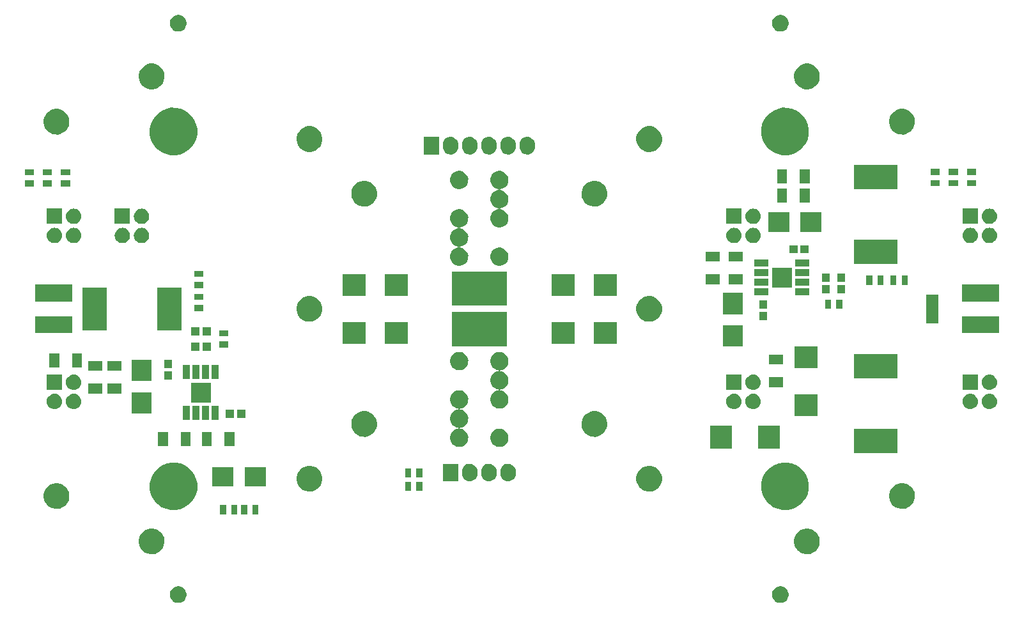
<source format=gts>
G04 #@! TF.FileFunction,Soldermask,Top*
%FSLAX46Y46*%
G04 Gerber Fmt 4.6, Leading zero omitted, Abs format (unit mm)*
G04 Created by KiCad (PCBNEW (2015-05-01 BZR 5636)-product) date Thu 04 Jun 2015 08:42:48 AM PDT*
%MOMM*%
G01*
G04 APERTURE LIST*
%ADD10C,0.100000*%
G04 APERTURE END LIST*
D10*
G36*
X81002400Y-72302400D02*
X79797600Y-72302400D01*
X79797600Y-71497600D01*
X81002400Y-71497600D01*
X81002400Y-72302400D01*
X81002400Y-72302400D01*
G37*
G36*
X81002400Y-73802400D02*
X79797600Y-73802400D01*
X79797600Y-72997600D01*
X81002400Y-72997600D01*
X81002400Y-73802400D01*
X81002400Y-73802400D01*
G37*
G36*
X83402400Y-72302400D02*
X82197600Y-72302400D01*
X82197600Y-71497600D01*
X83402400Y-71497600D01*
X83402400Y-72302400D01*
X83402400Y-72302400D01*
G37*
G36*
X83402400Y-73802400D02*
X82197600Y-73802400D01*
X82197600Y-72997600D01*
X83402400Y-72997600D01*
X83402400Y-73802400D01*
X83402400Y-73802400D01*
G37*
G36*
X84352400Y-97802400D02*
X83047600Y-97802400D01*
X83047600Y-95897600D01*
X84352400Y-95897600D01*
X84352400Y-97802400D01*
X84352400Y-97802400D01*
G37*
G36*
X84746000Y-78746000D02*
X82714000Y-78746000D01*
X82714000Y-76714000D01*
X84746000Y-76714000D01*
X84746000Y-78746000D01*
X84746000Y-78746000D01*
G37*
G36*
X84746000Y-80275043D02*
X84745924Y-80286009D01*
X84745922Y-80286022D01*
X84745901Y-80289102D01*
X84723798Y-80486154D01*
X84663842Y-80675161D01*
X84568315Y-80848922D01*
X84440858Y-81000820D01*
X84286324Y-81125069D01*
X84110600Y-81216935D01*
X83920379Y-81272920D01*
X83920325Y-81272924D01*
X83920308Y-81272930D01*
X83722914Y-81290894D01*
X83525775Y-81270175D01*
X83525757Y-81270169D01*
X83525705Y-81270164D01*
X83336284Y-81211529D01*
X83161860Y-81117218D01*
X83009076Y-80990824D01*
X82883752Y-80837162D01*
X82790661Y-80662084D01*
X82733350Y-80472258D01*
X82714000Y-80274916D01*
X82714000Y-80271561D01*
X82714000Y-80265084D01*
X82714000Y-80264957D01*
X82714076Y-80253991D01*
X82714077Y-80253977D01*
X82714099Y-80250898D01*
X82736202Y-80053846D01*
X82796158Y-79864839D01*
X82891685Y-79691078D01*
X83019142Y-79539180D01*
X83173676Y-79414931D01*
X83349400Y-79323065D01*
X83539621Y-79267080D01*
X83539674Y-79267075D01*
X83539692Y-79267070D01*
X83737086Y-79249106D01*
X83934225Y-79269825D01*
X83934242Y-79269830D01*
X83934295Y-79269836D01*
X84123716Y-79328471D01*
X84298140Y-79422782D01*
X84450924Y-79549176D01*
X84576248Y-79702838D01*
X84669339Y-79877916D01*
X84726650Y-80067742D01*
X84746000Y-80265084D01*
X84746000Y-80268439D01*
X84746000Y-80274916D01*
X84746000Y-80275043D01*
X84746000Y-80275043D01*
G37*
G36*
X84746000Y-100746000D02*
X82714000Y-100746000D01*
X82714000Y-98714000D01*
X84746000Y-98714000D01*
X84746000Y-100746000D01*
X84746000Y-100746000D01*
G37*
G36*
X84746000Y-102275043D02*
X84745924Y-102286009D01*
X84745922Y-102286022D01*
X84745901Y-102289102D01*
X84723798Y-102486154D01*
X84663842Y-102675161D01*
X84568315Y-102848922D01*
X84440858Y-103000820D01*
X84286324Y-103125069D01*
X84110600Y-103216935D01*
X83920379Y-103272920D01*
X83920325Y-103272924D01*
X83920308Y-103272930D01*
X83722914Y-103290894D01*
X83525775Y-103270175D01*
X83525757Y-103270169D01*
X83525705Y-103270164D01*
X83336284Y-103211529D01*
X83161860Y-103117218D01*
X83009076Y-102990824D01*
X82883752Y-102837162D01*
X82790661Y-102662084D01*
X82733350Y-102472258D01*
X82714000Y-102274916D01*
X82714000Y-102271561D01*
X82714000Y-102265084D01*
X82714000Y-102264957D01*
X82714076Y-102253991D01*
X82714077Y-102253977D01*
X82714099Y-102250898D01*
X82736202Y-102053846D01*
X82796158Y-101864839D01*
X82891685Y-101691078D01*
X83019142Y-101539180D01*
X83173676Y-101414931D01*
X83349400Y-101323065D01*
X83539621Y-101267080D01*
X83539674Y-101267075D01*
X83539692Y-101267070D01*
X83737086Y-101249106D01*
X83934225Y-101269825D01*
X83934242Y-101269830D01*
X83934295Y-101269836D01*
X84123716Y-101328471D01*
X84298140Y-101422782D01*
X84450924Y-101549176D01*
X84576248Y-101702838D01*
X84669339Y-101877916D01*
X84726650Y-102067742D01*
X84746000Y-102265084D01*
X84746000Y-102268439D01*
X84746000Y-102274916D01*
X84746000Y-102275043D01*
X84746000Y-102275043D01*
G37*
G36*
X85702473Y-65033071D02*
X85697148Y-65414400D01*
X85697032Y-65414909D01*
X85697032Y-65414928D01*
X85623186Y-65739962D01*
X85487394Y-66044958D01*
X85294948Y-66317766D01*
X85053176Y-66548003D01*
X84771289Y-66726894D01*
X84460023Y-66847626D01*
X84131239Y-66905600D01*
X83797453Y-66898607D01*
X83471386Y-66826917D01*
X83165447Y-66693256D01*
X82891300Y-66502719D01*
X82659380Y-66262559D01*
X82478529Y-65981931D01*
X82355626Y-65671516D01*
X82295359Y-65343147D01*
X82300021Y-65009315D01*
X82369434Y-64682752D01*
X82500952Y-64375896D01*
X82689576Y-64100419D01*
X82928108Y-63866832D01*
X83207467Y-63684024D01*
X83517015Y-63558958D01*
X83844959Y-63496399D01*
X84178808Y-63498731D01*
X84505851Y-63565863D01*
X84813622Y-63695238D01*
X85090405Y-63881930D01*
X85325650Y-64118823D01*
X85510407Y-64396905D01*
X85637629Y-64705568D01*
X85702371Y-65032543D01*
X85702370Y-65032555D01*
X85702473Y-65033071D01*
X85702473Y-65033071D01*
G37*
G36*
X85702473Y-114633071D02*
X85697148Y-115014400D01*
X85697032Y-115014909D01*
X85697032Y-115014928D01*
X85623186Y-115339962D01*
X85487394Y-115644958D01*
X85294948Y-115917766D01*
X85053176Y-116148003D01*
X84771289Y-116326894D01*
X84460023Y-116447626D01*
X84131239Y-116505600D01*
X83797453Y-116498607D01*
X83471386Y-116426917D01*
X83165447Y-116293256D01*
X82891300Y-116102719D01*
X82659380Y-115862559D01*
X82478529Y-115581931D01*
X82355626Y-115271516D01*
X82295359Y-114943147D01*
X82300021Y-114609315D01*
X82369434Y-114282752D01*
X82500952Y-113975896D01*
X82689576Y-113700419D01*
X82928108Y-113466832D01*
X83207467Y-113284024D01*
X83517015Y-113158958D01*
X83844959Y-113096399D01*
X84178808Y-113098731D01*
X84505851Y-113165863D01*
X84813622Y-113295238D01*
X85090405Y-113481930D01*
X85325650Y-113718823D01*
X85510407Y-113996905D01*
X85637629Y-114305568D01*
X85702371Y-114632543D01*
X85702370Y-114632555D01*
X85702473Y-114633071D01*
X85702473Y-114633071D01*
G37*
G36*
X85802400Y-72302400D02*
X84597600Y-72302400D01*
X84597600Y-71497600D01*
X85802400Y-71497600D01*
X85802400Y-72302400D01*
X85802400Y-72302400D01*
G37*
G36*
X85802400Y-73802400D02*
X84597600Y-73802400D01*
X84597600Y-72997600D01*
X85802400Y-72997600D01*
X85802400Y-73802400D01*
X85802400Y-73802400D01*
G37*
G36*
X86052400Y-89002400D02*
X84347600Y-89002400D01*
X84302400Y-89002400D01*
X82897600Y-89002400D01*
X82852400Y-89002400D01*
X81147600Y-89002400D01*
X81147600Y-86797600D01*
X82852400Y-86797600D01*
X82897600Y-86797600D01*
X84302400Y-86797600D01*
X84347600Y-86797600D01*
X86052400Y-86797600D01*
X86052400Y-89002400D01*
X86052400Y-89002400D01*
G37*
G36*
X86052400Y-93202400D02*
X84347600Y-93202400D01*
X84302400Y-93202400D01*
X82897600Y-93202400D01*
X82852400Y-93202400D01*
X81147600Y-93202400D01*
X81147600Y-90997600D01*
X82852400Y-90997600D01*
X82897600Y-90997600D01*
X84302400Y-90997600D01*
X84347600Y-90997600D01*
X86052400Y-90997600D01*
X86052400Y-93202400D01*
X86052400Y-93202400D01*
G37*
G36*
X87286000Y-77735043D02*
X87285924Y-77746009D01*
X87285922Y-77746022D01*
X87285901Y-77749102D01*
X87263798Y-77946154D01*
X87203842Y-78135161D01*
X87108315Y-78308922D01*
X86980858Y-78460820D01*
X86826324Y-78585069D01*
X86650600Y-78676935D01*
X86460379Y-78732920D01*
X86460325Y-78732924D01*
X86460308Y-78732930D01*
X86262914Y-78750894D01*
X86065775Y-78730175D01*
X86065757Y-78730169D01*
X86065705Y-78730164D01*
X85876284Y-78671529D01*
X85701860Y-78577218D01*
X85549076Y-78450824D01*
X85423752Y-78297162D01*
X85330661Y-78122084D01*
X85273350Y-77932258D01*
X85254000Y-77734916D01*
X85254000Y-77731561D01*
X85254000Y-77725084D01*
X85254000Y-77724957D01*
X85254076Y-77713991D01*
X85254077Y-77713977D01*
X85254099Y-77710898D01*
X85276202Y-77513846D01*
X85336158Y-77324839D01*
X85431685Y-77151078D01*
X85559142Y-76999180D01*
X85713676Y-76874931D01*
X85889400Y-76783065D01*
X86079621Y-76727080D01*
X86079674Y-76727075D01*
X86079692Y-76727070D01*
X86277086Y-76709106D01*
X86474225Y-76729825D01*
X86474242Y-76729830D01*
X86474295Y-76729836D01*
X86663716Y-76788471D01*
X86838140Y-76882782D01*
X86990924Y-77009176D01*
X87116248Y-77162838D01*
X87209339Y-77337916D01*
X87266650Y-77527742D01*
X87286000Y-77725084D01*
X87286000Y-77728439D01*
X87286000Y-77734916D01*
X87286000Y-77735043D01*
X87286000Y-77735043D01*
G37*
G36*
X87286000Y-80275043D02*
X87285924Y-80286009D01*
X87285922Y-80286022D01*
X87285901Y-80289102D01*
X87263798Y-80486154D01*
X87203842Y-80675161D01*
X87108315Y-80848922D01*
X86980858Y-81000820D01*
X86826324Y-81125069D01*
X86650600Y-81216935D01*
X86460379Y-81272920D01*
X86460325Y-81272924D01*
X86460308Y-81272930D01*
X86262914Y-81290894D01*
X86065775Y-81270175D01*
X86065757Y-81270169D01*
X86065705Y-81270164D01*
X85876284Y-81211529D01*
X85701860Y-81117218D01*
X85549076Y-80990824D01*
X85423752Y-80837162D01*
X85330661Y-80662084D01*
X85273350Y-80472258D01*
X85254000Y-80274916D01*
X85254000Y-80271561D01*
X85254000Y-80265084D01*
X85254000Y-80264957D01*
X85254076Y-80253991D01*
X85254077Y-80253977D01*
X85254099Y-80250898D01*
X85276202Y-80053846D01*
X85336158Y-79864839D01*
X85431685Y-79691078D01*
X85559142Y-79539180D01*
X85713676Y-79414931D01*
X85889400Y-79323065D01*
X86079621Y-79267080D01*
X86079674Y-79267075D01*
X86079692Y-79267070D01*
X86277086Y-79249106D01*
X86474225Y-79269825D01*
X86474242Y-79269830D01*
X86474295Y-79269836D01*
X86663716Y-79328471D01*
X86838140Y-79422782D01*
X86990924Y-79549176D01*
X87116248Y-79702838D01*
X87209339Y-79877916D01*
X87266650Y-80067742D01*
X87286000Y-80265084D01*
X87286000Y-80268439D01*
X87286000Y-80274916D01*
X87286000Y-80275043D01*
X87286000Y-80275043D01*
G37*
G36*
X87286000Y-99735043D02*
X87285924Y-99746009D01*
X87285922Y-99746022D01*
X87285901Y-99749102D01*
X87263798Y-99946154D01*
X87203842Y-100135161D01*
X87108315Y-100308922D01*
X86980858Y-100460820D01*
X86826324Y-100585069D01*
X86650600Y-100676935D01*
X86460379Y-100732920D01*
X86460325Y-100732924D01*
X86460308Y-100732930D01*
X86262914Y-100750894D01*
X86065775Y-100730175D01*
X86065757Y-100730169D01*
X86065705Y-100730164D01*
X85876284Y-100671529D01*
X85701860Y-100577218D01*
X85549076Y-100450824D01*
X85423752Y-100297162D01*
X85330661Y-100122084D01*
X85273350Y-99932258D01*
X85254000Y-99734916D01*
X85254000Y-99731561D01*
X85254000Y-99725084D01*
X85254000Y-99724957D01*
X85254076Y-99713991D01*
X85254077Y-99713977D01*
X85254099Y-99710898D01*
X85276202Y-99513846D01*
X85336158Y-99324839D01*
X85431685Y-99151078D01*
X85559142Y-98999180D01*
X85713676Y-98874931D01*
X85889400Y-98783065D01*
X86079621Y-98727080D01*
X86079674Y-98727075D01*
X86079692Y-98727070D01*
X86277086Y-98709106D01*
X86474225Y-98729825D01*
X86474242Y-98729830D01*
X86474295Y-98729836D01*
X86663716Y-98788471D01*
X86838140Y-98882782D01*
X86990924Y-99009176D01*
X87116248Y-99162838D01*
X87209339Y-99337916D01*
X87266650Y-99527742D01*
X87286000Y-99725084D01*
X87286000Y-99728439D01*
X87286000Y-99734916D01*
X87286000Y-99735043D01*
X87286000Y-99735043D01*
G37*
G36*
X87286000Y-102275043D02*
X87285924Y-102286009D01*
X87285922Y-102286022D01*
X87285901Y-102289102D01*
X87263798Y-102486154D01*
X87203842Y-102675161D01*
X87108315Y-102848922D01*
X86980858Y-103000820D01*
X86826324Y-103125069D01*
X86650600Y-103216935D01*
X86460379Y-103272920D01*
X86460325Y-103272924D01*
X86460308Y-103272930D01*
X86262914Y-103290894D01*
X86065775Y-103270175D01*
X86065757Y-103270169D01*
X86065705Y-103270164D01*
X85876284Y-103211529D01*
X85701860Y-103117218D01*
X85549076Y-102990824D01*
X85423752Y-102837162D01*
X85330661Y-102662084D01*
X85273350Y-102472258D01*
X85254000Y-102274916D01*
X85254000Y-102271561D01*
X85254000Y-102265084D01*
X85254000Y-102264957D01*
X85254076Y-102253991D01*
X85254077Y-102253977D01*
X85254099Y-102250898D01*
X85276202Y-102053846D01*
X85336158Y-101864839D01*
X85431685Y-101691078D01*
X85559142Y-101539180D01*
X85713676Y-101414931D01*
X85889400Y-101323065D01*
X86079621Y-101267080D01*
X86079674Y-101267075D01*
X86079692Y-101267070D01*
X86277086Y-101249106D01*
X86474225Y-101269825D01*
X86474242Y-101269830D01*
X86474295Y-101269836D01*
X86663716Y-101328471D01*
X86838140Y-101422782D01*
X86990924Y-101549176D01*
X87116248Y-101702838D01*
X87209339Y-101877916D01*
X87266650Y-102067742D01*
X87286000Y-102265084D01*
X87286000Y-102268439D01*
X87286000Y-102274916D01*
X87286000Y-102275043D01*
X87286000Y-102275043D01*
G37*
G36*
X87352400Y-97802400D02*
X86047600Y-97802400D01*
X86047600Y-95897600D01*
X87352400Y-95897600D01*
X87352400Y-97802400D01*
X87352400Y-97802400D01*
G37*
G36*
X90106400Y-98212400D02*
X88201600Y-98212400D01*
X88201600Y-96907600D01*
X90106400Y-96907600D01*
X90106400Y-98212400D01*
X90106400Y-98212400D01*
G37*
G36*
X90106400Y-101212400D02*
X88201600Y-101212400D01*
X88201600Y-99907600D01*
X90106400Y-99907600D01*
X90106400Y-101212400D01*
X90106400Y-101212400D01*
G37*
G36*
X90652280Y-92852420D02*
X87446800Y-92852420D01*
X87446800Y-87147580D01*
X90652280Y-87147580D01*
X90652280Y-92852420D01*
X90652280Y-92852420D01*
G37*
G36*
X92646400Y-98212400D02*
X90741600Y-98212400D01*
X90741600Y-96907600D01*
X92646400Y-96907600D01*
X92646400Y-98212400D01*
X92646400Y-98212400D01*
G37*
G36*
X92646400Y-101212400D02*
X90741600Y-101212400D01*
X90741600Y-99907600D01*
X92646400Y-99907600D01*
X92646400Y-101212400D01*
X92646400Y-101212400D01*
G37*
G36*
X93746000Y-78746000D02*
X91714000Y-78746000D01*
X91714000Y-76714000D01*
X93746000Y-76714000D01*
X93746000Y-78746000D01*
X93746000Y-78746000D01*
G37*
G36*
X93746000Y-80275043D02*
X93745924Y-80286009D01*
X93745922Y-80286022D01*
X93745901Y-80289102D01*
X93723798Y-80486154D01*
X93663842Y-80675161D01*
X93568315Y-80848922D01*
X93440858Y-81000820D01*
X93286324Y-81125069D01*
X93110600Y-81216935D01*
X92920379Y-81272920D01*
X92920325Y-81272924D01*
X92920308Y-81272930D01*
X92722914Y-81290894D01*
X92525775Y-81270175D01*
X92525757Y-81270169D01*
X92525705Y-81270164D01*
X92336284Y-81211529D01*
X92161860Y-81117218D01*
X92009076Y-80990824D01*
X91883752Y-80837162D01*
X91790661Y-80662084D01*
X91733350Y-80472258D01*
X91714000Y-80274916D01*
X91714000Y-80271561D01*
X91714000Y-80265084D01*
X91714000Y-80264957D01*
X91714076Y-80253991D01*
X91714077Y-80253977D01*
X91714099Y-80250898D01*
X91736202Y-80053846D01*
X91796158Y-79864839D01*
X91891685Y-79691078D01*
X92019142Y-79539180D01*
X92173676Y-79414931D01*
X92349400Y-79323065D01*
X92539621Y-79267080D01*
X92539674Y-79267075D01*
X92539692Y-79267070D01*
X92737086Y-79249106D01*
X92934225Y-79269825D01*
X92934242Y-79269830D01*
X92934295Y-79269836D01*
X93123716Y-79328471D01*
X93298140Y-79422782D01*
X93450924Y-79549176D01*
X93576248Y-79702838D01*
X93669339Y-79877916D01*
X93726650Y-80067742D01*
X93746000Y-80265084D01*
X93746000Y-80268439D01*
X93746000Y-80274916D01*
X93746000Y-80275043D01*
X93746000Y-80275043D01*
G37*
G36*
X96286000Y-77735043D02*
X96285924Y-77746009D01*
X96285922Y-77746022D01*
X96285901Y-77749102D01*
X96263798Y-77946154D01*
X96203842Y-78135161D01*
X96108315Y-78308922D01*
X95980858Y-78460820D01*
X95826324Y-78585069D01*
X95650600Y-78676935D01*
X95460379Y-78732920D01*
X95460325Y-78732924D01*
X95460308Y-78732930D01*
X95262914Y-78750894D01*
X95065775Y-78730175D01*
X95065757Y-78730169D01*
X95065705Y-78730164D01*
X94876284Y-78671529D01*
X94701860Y-78577218D01*
X94549076Y-78450824D01*
X94423752Y-78297162D01*
X94330661Y-78122084D01*
X94273350Y-77932258D01*
X94254000Y-77734916D01*
X94254000Y-77731561D01*
X94254000Y-77725084D01*
X94254000Y-77724957D01*
X94254076Y-77713991D01*
X94254077Y-77713977D01*
X94254099Y-77710898D01*
X94276202Y-77513846D01*
X94336158Y-77324839D01*
X94431685Y-77151078D01*
X94559142Y-76999180D01*
X94713676Y-76874931D01*
X94889400Y-76783065D01*
X95079621Y-76727080D01*
X95079674Y-76727075D01*
X95079692Y-76727070D01*
X95277086Y-76709106D01*
X95474225Y-76729825D01*
X95474242Y-76729830D01*
X95474295Y-76729836D01*
X95663716Y-76788471D01*
X95838140Y-76882782D01*
X95990924Y-77009176D01*
X96116248Y-77162838D01*
X96209339Y-77337916D01*
X96266650Y-77527742D01*
X96286000Y-77725084D01*
X96286000Y-77728439D01*
X96286000Y-77734916D01*
X96286000Y-77735043D01*
X96286000Y-77735043D01*
G37*
G36*
X96286000Y-80275043D02*
X96285924Y-80286009D01*
X96285922Y-80286022D01*
X96285901Y-80289102D01*
X96263798Y-80486154D01*
X96203842Y-80675161D01*
X96108315Y-80848922D01*
X95980858Y-81000820D01*
X95826324Y-81125069D01*
X95650600Y-81216935D01*
X95460379Y-81272920D01*
X95460325Y-81272924D01*
X95460308Y-81272930D01*
X95262914Y-81290894D01*
X95065775Y-81270175D01*
X95065757Y-81270169D01*
X95065705Y-81270164D01*
X94876284Y-81211529D01*
X94701860Y-81117218D01*
X94549076Y-80990824D01*
X94423752Y-80837162D01*
X94330661Y-80662084D01*
X94273350Y-80472258D01*
X94254000Y-80274916D01*
X94254000Y-80271561D01*
X94254000Y-80265084D01*
X94254000Y-80264957D01*
X94254076Y-80253991D01*
X94254077Y-80253977D01*
X94254099Y-80250898D01*
X94276202Y-80053846D01*
X94336158Y-79864839D01*
X94431685Y-79691078D01*
X94559142Y-79539180D01*
X94713676Y-79414931D01*
X94889400Y-79323065D01*
X95079621Y-79267080D01*
X95079674Y-79267075D01*
X95079692Y-79267070D01*
X95277086Y-79249106D01*
X95474225Y-79269825D01*
X95474242Y-79269830D01*
X95474295Y-79269836D01*
X95663716Y-79328471D01*
X95838140Y-79422782D01*
X95990924Y-79549176D01*
X96116248Y-79702838D01*
X96209339Y-79877916D01*
X96266650Y-80067742D01*
X96286000Y-80265084D01*
X96286000Y-80268439D01*
X96286000Y-80274916D01*
X96286000Y-80275043D01*
X96286000Y-80275043D01*
G37*
G36*
X96553020Y-99583240D02*
X93946980Y-99583240D01*
X93946980Y-96779080D01*
X96553020Y-96779080D01*
X96553020Y-99583240D01*
X96553020Y-99583240D01*
G37*
G36*
X96553020Y-103880920D02*
X93946980Y-103880920D01*
X93946980Y-101076760D01*
X96553020Y-101076760D01*
X96553020Y-103880920D01*
X96553020Y-103880920D01*
G37*
G36*
X98302473Y-59033071D02*
X98297148Y-59414400D01*
X98297032Y-59414909D01*
X98297032Y-59414928D01*
X98223186Y-59739962D01*
X98087394Y-60044958D01*
X97894948Y-60317766D01*
X97653176Y-60548003D01*
X97371289Y-60726894D01*
X97060023Y-60847626D01*
X96731239Y-60905600D01*
X96397453Y-60898607D01*
X96071386Y-60826917D01*
X95765447Y-60693256D01*
X95491300Y-60502719D01*
X95259380Y-60262559D01*
X95078529Y-59981931D01*
X94955626Y-59671516D01*
X94895359Y-59343147D01*
X94900021Y-59009315D01*
X94969434Y-58682752D01*
X95100952Y-58375896D01*
X95289576Y-58100419D01*
X95528108Y-57866832D01*
X95807467Y-57684024D01*
X96117015Y-57558958D01*
X96444959Y-57496399D01*
X96778808Y-57498731D01*
X97105851Y-57565863D01*
X97413622Y-57695238D01*
X97690405Y-57881930D01*
X97925650Y-58118823D01*
X98110407Y-58396905D01*
X98237629Y-58705568D01*
X98302371Y-59032543D01*
X98302370Y-59032555D01*
X98302473Y-59033071D01*
X98302473Y-59033071D01*
G37*
G36*
X98302473Y-120633071D02*
X98297148Y-121014400D01*
X98297032Y-121014909D01*
X98297032Y-121014928D01*
X98223186Y-121339962D01*
X98087394Y-121644958D01*
X97894948Y-121917766D01*
X97653176Y-122148003D01*
X97371289Y-122326894D01*
X97060023Y-122447626D01*
X96731239Y-122505600D01*
X96397453Y-122498607D01*
X96071386Y-122426917D01*
X95765447Y-122293256D01*
X95491300Y-122102719D01*
X95259380Y-121862559D01*
X95078529Y-121581931D01*
X94955626Y-121271516D01*
X94895359Y-120943147D01*
X94900021Y-120609315D01*
X94969434Y-120282752D01*
X95100952Y-119975896D01*
X95289576Y-119700419D01*
X95528108Y-119466832D01*
X95807467Y-119284024D01*
X96117015Y-119158958D01*
X96444959Y-119096399D01*
X96778808Y-119098731D01*
X97105851Y-119165863D01*
X97413622Y-119295238D01*
X97690405Y-119481930D01*
X97925650Y-119718823D01*
X98110407Y-119996905D01*
X98237629Y-120305568D01*
X98302371Y-120632543D01*
X98302370Y-120632555D01*
X98302473Y-120633071D01*
X98302473Y-120633071D01*
G37*
G36*
X98752400Y-108202400D02*
X97447600Y-108202400D01*
X97447600Y-106297600D01*
X98752400Y-106297600D01*
X98752400Y-108202400D01*
X98752400Y-108202400D01*
G37*
G36*
X99333400Y-97846400D02*
X98278600Y-97846400D01*
X98278600Y-96741600D01*
X99333400Y-96741600D01*
X99333400Y-97846400D01*
X99333400Y-97846400D01*
G37*
G36*
X99333400Y-99346400D02*
X98278600Y-99346400D01*
X98278600Y-98241600D01*
X99333400Y-98241600D01*
X99333400Y-99346400D01*
X99333400Y-99346400D01*
G37*
G36*
X100553200Y-92852420D02*
X97347720Y-92852420D01*
X97347720Y-87147580D01*
X100553200Y-87147580D01*
X100553200Y-92852420D01*
X100553200Y-92852420D01*
G37*
G36*
X101220047Y-52042139D02*
X101216606Y-52288534D01*
X101216490Y-52289043D01*
X101216490Y-52289062D01*
X101168817Y-52498895D01*
X101081076Y-52695963D01*
X100956725Y-52872244D01*
X100800507Y-53021008D01*
X100618366Y-53136598D01*
X100417242Y-53214609D01*
X100204800Y-53252069D01*
X99989124Y-53247550D01*
X99778437Y-53201228D01*
X99580756Y-53114863D01*
X99403618Y-52991749D01*
X99253762Y-52836569D01*
X99136906Y-52655243D01*
X99057492Y-52454668D01*
X99018551Y-52242495D01*
X99021564Y-52026790D01*
X99066415Y-51815781D01*
X99151395Y-51617507D01*
X99273272Y-51439510D01*
X99427398Y-51288579D01*
X99607911Y-51170455D01*
X99807920Y-51089645D01*
X100019820Y-51049223D01*
X100235535Y-51050730D01*
X100446855Y-51094107D01*
X100645720Y-51177702D01*
X100824563Y-51298333D01*
X100976565Y-51451400D01*
X101095947Y-51631084D01*
X101178148Y-51830521D01*
X101219945Y-52041612D01*
X101219944Y-52041623D01*
X101220047Y-52042139D01*
X101220047Y-52042139D01*
G37*
G36*
X101220047Y-127742139D02*
X101216606Y-127988534D01*
X101216490Y-127989043D01*
X101216490Y-127989062D01*
X101168817Y-128198895D01*
X101081076Y-128395963D01*
X100956725Y-128572244D01*
X100800507Y-128721008D01*
X100618366Y-128836598D01*
X100417242Y-128914609D01*
X100204800Y-128952069D01*
X99989124Y-128947550D01*
X99778437Y-128901228D01*
X99580756Y-128814863D01*
X99403618Y-128691749D01*
X99253762Y-128536569D01*
X99136906Y-128355243D01*
X99057492Y-128154668D01*
X99018551Y-127942495D01*
X99021564Y-127726790D01*
X99066415Y-127515781D01*
X99151395Y-127317507D01*
X99273272Y-127139510D01*
X99427398Y-126988579D01*
X99607911Y-126870455D01*
X99807920Y-126789645D01*
X100019820Y-126749223D01*
X100235535Y-126750730D01*
X100446855Y-126794107D01*
X100645720Y-126877702D01*
X100824563Y-126998333D01*
X100976565Y-127151400D01*
X101095947Y-127331084D01*
X101178148Y-127530521D01*
X101219945Y-127741612D01*
X101219944Y-127741623D01*
X101220047Y-127742139D01*
X101220047Y-127742139D01*
G37*
G36*
X101671400Y-99319400D02*
X100766600Y-99319400D01*
X100766600Y-97464600D01*
X101671400Y-97464600D01*
X101671400Y-99319400D01*
X101671400Y-99319400D01*
G37*
G36*
X101671400Y-104719400D02*
X100766600Y-104719400D01*
X100766600Y-102864600D01*
X101671400Y-102864600D01*
X101671400Y-104719400D01*
X101671400Y-104719400D01*
G37*
G36*
X101752400Y-108202400D02*
X100447600Y-108202400D01*
X100447600Y-106297600D01*
X101752400Y-106297600D01*
X101752400Y-108202400D01*
X101752400Y-108202400D01*
G37*
G36*
X102652535Y-66190891D02*
X102642675Y-66897012D01*
X102642559Y-66897521D01*
X102642559Y-66897541D01*
X102505713Y-67499868D01*
X102254262Y-68064639D01*
X101897902Y-68569810D01*
X101450205Y-68996147D01*
X100928225Y-69327406D01*
X100351844Y-69550969D01*
X99743020Y-69658321D01*
X99124936Y-69645374D01*
X98521143Y-69512621D01*
X97954628Y-69265117D01*
X97446979Y-68912292D01*
X97017526Y-68467581D01*
X96682635Y-67947930D01*
X96455053Y-67373124D01*
X96343453Y-66765066D01*
X96352085Y-66146903D01*
X96480620Y-65542194D01*
X96724161Y-64973971D01*
X97073435Y-64463869D01*
X97515136Y-64031324D01*
X98032437Y-63692811D01*
X98605639Y-63461222D01*
X99212906Y-63345380D01*
X99831108Y-63349696D01*
X100436703Y-63474007D01*
X101006613Y-63713575D01*
X101519144Y-64059282D01*
X101954757Y-64497947D01*
X102296876Y-65012877D01*
X102532459Y-65584444D01*
X102652434Y-66190363D01*
X102652433Y-66190379D01*
X102652535Y-66190891D01*
X102652535Y-66190891D01*
G37*
G36*
X102652535Y-113190891D02*
X102642675Y-113897012D01*
X102642559Y-113897521D01*
X102642559Y-113897541D01*
X102505713Y-114499868D01*
X102254262Y-115064639D01*
X101897902Y-115569810D01*
X101450205Y-115996147D01*
X100928225Y-116327406D01*
X100351844Y-116550969D01*
X99743020Y-116658321D01*
X99124936Y-116645374D01*
X98521143Y-116512621D01*
X97954628Y-116265117D01*
X97446979Y-115912292D01*
X97017526Y-115467581D01*
X96682635Y-114947930D01*
X96455053Y-114373124D01*
X96343453Y-113765066D01*
X96352085Y-113146903D01*
X96480620Y-112542194D01*
X96724161Y-111973971D01*
X97073435Y-111463869D01*
X97515136Y-111031324D01*
X98032437Y-110692811D01*
X98605639Y-110461222D01*
X99212906Y-110345380D01*
X99831108Y-110349696D01*
X100436703Y-110474007D01*
X101006613Y-110713575D01*
X101519144Y-111059282D01*
X101954757Y-111497947D01*
X102296876Y-112012877D01*
X102532459Y-112584444D01*
X102652434Y-113190363D01*
X102652433Y-113190379D01*
X102652535Y-113190891D01*
X102652535Y-113190891D01*
G37*
G36*
X102926400Y-93491400D02*
X101821600Y-93491400D01*
X101821600Y-92436600D01*
X102926400Y-92436600D01*
X102926400Y-93491400D01*
X102926400Y-93491400D01*
G37*
G36*
X102926400Y-95523400D02*
X101821600Y-95523400D01*
X101821600Y-94468600D01*
X102926400Y-94468600D01*
X102926400Y-95523400D01*
X102926400Y-95523400D01*
G37*
G36*
X102941400Y-99319400D02*
X102036600Y-99319400D01*
X102036600Y-97464600D01*
X102941400Y-97464600D01*
X102941400Y-99319400D01*
X102941400Y-99319400D01*
G37*
G36*
X102941400Y-104719400D02*
X102036600Y-104719400D01*
X102036600Y-102864600D01*
X102941400Y-102864600D01*
X102941400Y-104719400D01*
X102941400Y-104719400D01*
G37*
G36*
X103472400Y-85758400D02*
X102267600Y-85758400D01*
X102267600Y-84953600D01*
X103472400Y-84953600D01*
X103472400Y-85758400D01*
X103472400Y-85758400D01*
G37*
G36*
X103472400Y-87258400D02*
X102267600Y-87258400D01*
X102267600Y-86453600D01*
X103472400Y-86453600D01*
X103472400Y-87258400D01*
X103472400Y-87258400D01*
G37*
G36*
X103472400Y-88806400D02*
X102267600Y-88806400D01*
X102267600Y-88001600D01*
X103472400Y-88001600D01*
X103472400Y-88806400D01*
X103472400Y-88806400D01*
G37*
G36*
X103472400Y-90306400D02*
X102267600Y-90306400D01*
X102267600Y-89501600D01*
X103472400Y-89501600D01*
X103472400Y-90306400D01*
X103472400Y-90306400D01*
G37*
G36*
X104211400Y-99319400D02*
X103306600Y-99319400D01*
X103306600Y-97464600D01*
X104211400Y-97464600D01*
X104211400Y-99319400D01*
X104211400Y-99319400D01*
G37*
G36*
X104211400Y-104719400D02*
X103306600Y-104719400D01*
X103306600Y-102864600D01*
X104211400Y-102864600D01*
X104211400Y-104719400D01*
X104211400Y-104719400D01*
G37*
G36*
X104426400Y-93491400D02*
X103321600Y-93491400D01*
X103321600Y-92436600D01*
X104426400Y-92436600D01*
X104426400Y-93491400D01*
X104426400Y-93491400D01*
G37*
G36*
X104426400Y-95523400D02*
X103321600Y-95523400D01*
X103321600Y-94468600D01*
X104426400Y-94468600D01*
X104426400Y-95523400D01*
X104426400Y-95523400D01*
G37*
G36*
X104451400Y-102419400D02*
X103276400Y-102419400D01*
X102971600Y-102419400D01*
X101796600Y-102419400D01*
X101796600Y-101244400D01*
X101796600Y-100939600D01*
X101796600Y-99764600D01*
X102971600Y-99764600D01*
X103276400Y-99764600D01*
X104451400Y-99764600D01*
X104451400Y-100939600D01*
X104451400Y-101244400D01*
X104451400Y-102419400D01*
X104451400Y-102419400D01*
G37*
G36*
X104552400Y-108202400D02*
X103247600Y-108202400D01*
X103247600Y-106297600D01*
X104552400Y-106297600D01*
X104552400Y-108202400D01*
X104552400Y-108202400D01*
G37*
G36*
X105481400Y-99319400D02*
X104576600Y-99319400D01*
X104576600Y-97464600D01*
X105481400Y-97464600D01*
X105481400Y-99319400D01*
X105481400Y-99319400D01*
G37*
G36*
X105481400Y-104719400D02*
X104576600Y-104719400D01*
X104576600Y-102864600D01*
X105481400Y-102864600D01*
X105481400Y-104719400D01*
X105481400Y-104719400D01*
G37*
G36*
X106452400Y-117202400D02*
X105647600Y-117202400D01*
X105647600Y-115997600D01*
X106452400Y-115997600D01*
X106452400Y-117202400D01*
X106452400Y-117202400D01*
G37*
G36*
X106774400Y-93632400D02*
X105569600Y-93632400D01*
X105569600Y-92827600D01*
X106774400Y-92827600D01*
X106774400Y-93632400D01*
X106774400Y-93632400D01*
G37*
G36*
X106774400Y-95132400D02*
X105569600Y-95132400D01*
X105569600Y-94327600D01*
X106774400Y-94327600D01*
X106774400Y-95132400D01*
X106774400Y-95132400D01*
G37*
G36*
X107453240Y-113553020D02*
X104649080Y-113553020D01*
X104649080Y-110946980D01*
X107453240Y-110946980D01*
X107453240Y-113553020D01*
X107453240Y-113553020D01*
G37*
G36*
X107498400Y-104413400D02*
X106393600Y-104413400D01*
X106393600Y-103358600D01*
X107498400Y-103358600D01*
X107498400Y-104413400D01*
X107498400Y-104413400D01*
G37*
G36*
X107552400Y-108202400D02*
X106247600Y-108202400D01*
X106247600Y-106297600D01*
X107552400Y-106297600D01*
X107552400Y-108202400D01*
X107552400Y-108202400D01*
G37*
G36*
X107952400Y-117202400D02*
X107147600Y-117202400D01*
X107147600Y-115997600D01*
X107952400Y-115997600D01*
X107952400Y-117202400D01*
X107952400Y-117202400D01*
G37*
G36*
X108998400Y-104413400D02*
X107893600Y-104413400D01*
X107893600Y-103358600D01*
X108998400Y-103358600D01*
X108998400Y-104413400D01*
X108998400Y-104413400D01*
G37*
G36*
X109252400Y-117202400D02*
X108447600Y-117202400D01*
X108447600Y-115997600D01*
X109252400Y-115997600D01*
X109252400Y-117202400D01*
X109252400Y-117202400D01*
G37*
G36*
X110752400Y-117202400D02*
X109947600Y-117202400D01*
X109947600Y-115997600D01*
X110752400Y-115997600D01*
X110752400Y-117202400D01*
X110752400Y-117202400D01*
G37*
G36*
X111750920Y-113553020D02*
X108946760Y-113553020D01*
X108946760Y-110946980D01*
X111750920Y-110946980D01*
X111750920Y-113553020D01*
X111750920Y-113553020D01*
G37*
G36*
X119202473Y-67333071D02*
X119197148Y-67714400D01*
X119197032Y-67714909D01*
X119197032Y-67714928D01*
X119123186Y-68039962D01*
X118987394Y-68344958D01*
X118794948Y-68617766D01*
X118553176Y-68848003D01*
X118271289Y-69026894D01*
X117960023Y-69147626D01*
X117631239Y-69205600D01*
X117297453Y-69198607D01*
X116971386Y-69126917D01*
X116665447Y-68993256D01*
X116391300Y-68802719D01*
X116159380Y-68562559D01*
X115978529Y-68281931D01*
X115855626Y-67971516D01*
X115795359Y-67643147D01*
X115800021Y-67309315D01*
X115869434Y-66982752D01*
X116000952Y-66675896D01*
X116189576Y-66400419D01*
X116428108Y-66166832D01*
X116707467Y-65984024D01*
X117017015Y-65858958D01*
X117344959Y-65796399D01*
X117678808Y-65798731D01*
X118005851Y-65865863D01*
X118313622Y-65995238D01*
X118590405Y-66181930D01*
X118825650Y-66418823D01*
X119010407Y-66696905D01*
X119137629Y-67005568D01*
X119202371Y-67332543D01*
X119202370Y-67332555D01*
X119202473Y-67333071D01*
X119202473Y-67333071D01*
G37*
G36*
X119202473Y-89833071D02*
X119197148Y-90214400D01*
X119197032Y-90214909D01*
X119197032Y-90214928D01*
X119123186Y-90539962D01*
X118987394Y-90844958D01*
X118794948Y-91117766D01*
X118553176Y-91348003D01*
X118271289Y-91526894D01*
X117960023Y-91647626D01*
X117631239Y-91705600D01*
X117297453Y-91698607D01*
X116971386Y-91626917D01*
X116665447Y-91493256D01*
X116391300Y-91302719D01*
X116159380Y-91062559D01*
X115978529Y-90781931D01*
X115855626Y-90471516D01*
X115795359Y-90143147D01*
X115800021Y-89809315D01*
X115869434Y-89482752D01*
X116000952Y-89175896D01*
X116189576Y-88900419D01*
X116428108Y-88666832D01*
X116707467Y-88484024D01*
X117017015Y-88358958D01*
X117344959Y-88296399D01*
X117678808Y-88298731D01*
X118005851Y-88365863D01*
X118313622Y-88495238D01*
X118590405Y-88681930D01*
X118825650Y-88918823D01*
X119010407Y-89196905D01*
X119137629Y-89505568D01*
X119202371Y-89832543D01*
X119202370Y-89832555D01*
X119202473Y-89833071D01*
X119202473Y-89833071D01*
G37*
G36*
X119202473Y-112333071D02*
X119197148Y-112714400D01*
X119197032Y-112714909D01*
X119197032Y-112714928D01*
X119123186Y-113039962D01*
X118987394Y-113344958D01*
X118794948Y-113617766D01*
X118553176Y-113848003D01*
X118271289Y-114026894D01*
X117960023Y-114147626D01*
X117631239Y-114205600D01*
X117297453Y-114198607D01*
X116971386Y-114126917D01*
X116665447Y-113993256D01*
X116391300Y-113802719D01*
X116159380Y-113562559D01*
X115978529Y-113281931D01*
X115855626Y-112971516D01*
X115795359Y-112643147D01*
X115800021Y-112309315D01*
X115869434Y-111982752D01*
X116000952Y-111675896D01*
X116189576Y-111400419D01*
X116428108Y-111166832D01*
X116707467Y-110984024D01*
X117017015Y-110858958D01*
X117344959Y-110796399D01*
X117678808Y-110798731D01*
X118005851Y-110865863D01*
X118313622Y-110995238D01*
X118590405Y-111181930D01*
X118825650Y-111418823D01*
X119010407Y-111696905D01*
X119137629Y-112005568D01*
X119202371Y-112332543D01*
X119202370Y-112332555D01*
X119202473Y-112333071D01*
X119202473Y-112333071D01*
G37*
G36*
X124946410Y-88252480D02*
X121941590Y-88252480D01*
X121941590Y-85397520D01*
X124946410Y-85397520D01*
X124946410Y-88252480D01*
X124946410Y-88252480D01*
G37*
G36*
X124946410Y-94602480D02*
X121941590Y-94602480D01*
X121941590Y-91747520D01*
X124946410Y-91747520D01*
X124946410Y-94602480D01*
X124946410Y-94602480D01*
G37*
G36*
X126452473Y-74583071D02*
X126447148Y-74964400D01*
X126447032Y-74964909D01*
X126447032Y-74964928D01*
X126373186Y-75289962D01*
X126237394Y-75594958D01*
X126044948Y-75867766D01*
X125803176Y-76098003D01*
X125521289Y-76276894D01*
X125210023Y-76397626D01*
X124881239Y-76455600D01*
X124547453Y-76448607D01*
X124221386Y-76376917D01*
X123915447Y-76243256D01*
X123641300Y-76052719D01*
X123409380Y-75812559D01*
X123228529Y-75531931D01*
X123105626Y-75221516D01*
X123045359Y-74893147D01*
X123050021Y-74559315D01*
X123119434Y-74232752D01*
X123250952Y-73925896D01*
X123439576Y-73650419D01*
X123678108Y-73416832D01*
X123957467Y-73234024D01*
X124267015Y-73108958D01*
X124594959Y-73046399D01*
X124928808Y-73048731D01*
X125255851Y-73115863D01*
X125563622Y-73245238D01*
X125840405Y-73431930D01*
X126075650Y-73668823D01*
X126260407Y-73946905D01*
X126387629Y-74255568D01*
X126452371Y-74582543D01*
X126452370Y-74582555D01*
X126452473Y-74583071D01*
X126452473Y-74583071D01*
G37*
G36*
X126452473Y-105083071D02*
X126447148Y-105464400D01*
X126447032Y-105464909D01*
X126447032Y-105464928D01*
X126373186Y-105789962D01*
X126237394Y-106094958D01*
X126044948Y-106367766D01*
X125803176Y-106598003D01*
X125521289Y-106776894D01*
X125210023Y-106897626D01*
X124881239Y-106955600D01*
X124547453Y-106948607D01*
X124221386Y-106876917D01*
X123915447Y-106743256D01*
X123641300Y-106552719D01*
X123409380Y-106312559D01*
X123228529Y-106031931D01*
X123105626Y-105721516D01*
X123045359Y-105393147D01*
X123050021Y-105059315D01*
X123119434Y-104732752D01*
X123250952Y-104425896D01*
X123439576Y-104150419D01*
X123678108Y-103916832D01*
X123957467Y-103734024D01*
X124267015Y-103608958D01*
X124594959Y-103546399D01*
X124928808Y-103548731D01*
X125255851Y-103615863D01*
X125563622Y-103745238D01*
X125840405Y-103931930D01*
X126075650Y-104168823D01*
X126260407Y-104446905D01*
X126387629Y-104755568D01*
X126452371Y-105082543D01*
X126452370Y-105082555D01*
X126452473Y-105083071D01*
X126452473Y-105083071D01*
G37*
G36*
X130534410Y-88252480D02*
X127529590Y-88252480D01*
X127529590Y-85397520D01*
X130534410Y-85397520D01*
X130534410Y-88252480D01*
X130534410Y-88252480D01*
G37*
G36*
X130534410Y-94602480D02*
X127529590Y-94602480D01*
X127529590Y-91747520D01*
X130534410Y-91747520D01*
X130534410Y-94602480D01*
X130534410Y-94602480D01*
G37*
G36*
X130970400Y-112362400D02*
X130165600Y-112362400D01*
X130165600Y-111157600D01*
X130970400Y-111157600D01*
X130970400Y-112362400D01*
X130970400Y-112362400D01*
G37*
G36*
X130970400Y-114140400D02*
X130165600Y-114140400D01*
X130165600Y-112935600D01*
X130970400Y-112935600D01*
X130970400Y-114140400D01*
X130970400Y-114140400D01*
G37*
G36*
X132470400Y-112362400D02*
X131665600Y-112362400D01*
X131665600Y-111157600D01*
X132470400Y-111157600D01*
X132470400Y-112362400D01*
X132470400Y-112362400D01*
G37*
G36*
X132470400Y-114140400D02*
X131665600Y-114140400D01*
X131665600Y-112935600D01*
X132470400Y-112935600D01*
X132470400Y-114140400D01*
X132470400Y-114140400D01*
G37*
G36*
X134666000Y-69540400D02*
X132634000Y-69540400D01*
X132634000Y-67203600D01*
X134666000Y-67203600D01*
X134666000Y-69540400D01*
X134666000Y-69540400D01*
G37*
G36*
X137206000Y-68530180D02*
X137205924Y-68541146D01*
X137205922Y-68541159D01*
X137205901Y-68544239D01*
X137183798Y-68741291D01*
X137123842Y-68930298D01*
X137028315Y-69104059D01*
X136900858Y-69255957D01*
X136746324Y-69380206D01*
X136570600Y-69472072D01*
X136380379Y-69528057D01*
X136380325Y-69528061D01*
X136380308Y-69528067D01*
X136182914Y-69546031D01*
X135985775Y-69525312D01*
X135985757Y-69525306D01*
X135985705Y-69525301D01*
X135796284Y-69466666D01*
X135621860Y-69372355D01*
X135469076Y-69245961D01*
X135343752Y-69092299D01*
X135250661Y-68917221D01*
X135193350Y-68727395D01*
X135174000Y-68530053D01*
X135174000Y-68526698D01*
X135174000Y-68213947D01*
X135174000Y-68213820D01*
X135174076Y-68202854D01*
X135174077Y-68202840D01*
X135174099Y-68199761D01*
X135196202Y-68002709D01*
X135256158Y-67813702D01*
X135351685Y-67639941D01*
X135479142Y-67488043D01*
X135633676Y-67363794D01*
X135809400Y-67271928D01*
X135999621Y-67215943D01*
X135999674Y-67215938D01*
X135999692Y-67215933D01*
X136197086Y-67197969D01*
X136394225Y-67218688D01*
X136394242Y-67218693D01*
X136394295Y-67218699D01*
X136583716Y-67277334D01*
X136758140Y-67371645D01*
X136910924Y-67498039D01*
X137036248Y-67651701D01*
X137129339Y-67826779D01*
X137186650Y-68016605D01*
X137206000Y-68213947D01*
X137206000Y-68217302D01*
X137206000Y-68530053D01*
X137206000Y-68530180D01*
X137206000Y-68530180D01*
G37*
G36*
X137206000Y-112848400D02*
X135174000Y-112848400D01*
X135174000Y-110511600D01*
X137206000Y-110511600D01*
X137206000Y-112848400D01*
X137206000Y-112848400D01*
G37*
G36*
X138537452Y-72802099D02*
X138533691Y-73071430D01*
X138533575Y-73071939D01*
X138533575Y-73071959D01*
X138481453Y-73301374D01*
X138385543Y-73516792D01*
X138249619Y-73709475D01*
X138078856Y-73872091D01*
X137879760Y-73998442D01*
X137659913Y-74083715D01*
X137427694Y-74124661D01*
X137191941Y-74119722D01*
X136961642Y-74069088D01*
X136745556Y-73974683D01*
X136551928Y-73840108D01*
X136388123Y-73670483D01*
X136260388Y-73472276D01*
X136173582Y-73253030D01*
X136131016Y-73021105D01*
X136134309Y-72785319D01*
X136183335Y-72554668D01*
X136276227Y-72337936D01*
X136409449Y-72143370D01*
X136577924Y-71978388D01*
X136775237Y-71849268D01*
X136993868Y-71760936D01*
X137225494Y-71716751D01*
X137461291Y-71718397D01*
X137692282Y-71765813D01*
X137909658Y-71857189D01*
X138105153Y-71989053D01*
X138271304Y-72156367D01*
X138401798Y-72352776D01*
X138491654Y-72570784D01*
X138537350Y-72801570D01*
X138537349Y-72801582D01*
X138537452Y-72802099D01*
X138537452Y-72802099D01*
G37*
G36*
X138537452Y-82962099D02*
X138533691Y-83231430D01*
X138533575Y-83231939D01*
X138533575Y-83231959D01*
X138481453Y-83461374D01*
X138385543Y-83676792D01*
X138249619Y-83869475D01*
X138078856Y-84032091D01*
X137879760Y-84158442D01*
X137659913Y-84243715D01*
X137427694Y-84284661D01*
X137191941Y-84279722D01*
X136961642Y-84229088D01*
X136745556Y-84134683D01*
X136551928Y-84000108D01*
X136388123Y-83830483D01*
X136260388Y-83632276D01*
X136173582Y-83413030D01*
X136131016Y-83181105D01*
X136134309Y-82945319D01*
X136183335Y-82714668D01*
X136276227Y-82497936D01*
X136409449Y-82303370D01*
X136577924Y-82138388D01*
X136775237Y-82009268D01*
X136993868Y-81920936D01*
X137176596Y-81886078D01*
X137204598Y-81874622D01*
X137225935Y-81853171D01*
X137237242Y-81825108D01*
X137236738Y-81794856D01*
X137224500Y-81767186D01*
X137202460Y-81746459D01*
X137178680Y-81736806D01*
X136961642Y-81689088D01*
X136745556Y-81594683D01*
X136551928Y-81460108D01*
X136388123Y-81290483D01*
X136260388Y-81092276D01*
X136173582Y-80873030D01*
X136131016Y-80641105D01*
X136134309Y-80405319D01*
X136183335Y-80174668D01*
X136276227Y-79957936D01*
X136409449Y-79763370D01*
X136577924Y-79598388D01*
X136775237Y-79469268D01*
X136993868Y-79380936D01*
X137176596Y-79346078D01*
X137204598Y-79334622D01*
X137225935Y-79313171D01*
X137237242Y-79285108D01*
X137236738Y-79254856D01*
X137224500Y-79227186D01*
X137202460Y-79206459D01*
X137178680Y-79196806D01*
X136961642Y-79149088D01*
X136745556Y-79054683D01*
X136551928Y-78920108D01*
X136388123Y-78750483D01*
X136260388Y-78552276D01*
X136173582Y-78333030D01*
X136131016Y-78101105D01*
X136134309Y-77865319D01*
X136183335Y-77634668D01*
X136276227Y-77417936D01*
X136409449Y-77223370D01*
X136577924Y-77058388D01*
X136775237Y-76929268D01*
X136993868Y-76840936D01*
X137225494Y-76796751D01*
X137461291Y-76798397D01*
X137692282Y-76845813D01*
X137909658Y-76937189D01*
X138105153Y-77069053D01*
X138271304Y-77236367D01*
X138401798Y-77432776D01*
X138491654Y-77650784D01*
X138537350Y-77881570D01*
X138537349Y-77881582D01*
X138537452Y-77882099D01*
X138533691Y-78151430D01*
X138533575Y-78151939D01*
X138533575Y-78151959D01*
X138481453Y-78381374D01*
X138385543Y-78596792D01*
X138249619Y-78789475D01*
X138078856Y-78952091D01*
X137879760Y-79078442D01*
X137659913Y-79163715D01*
X137488689Y-79193905D01*
X137460529Y-79204969D01*
X137438894Y-79226119D01*
X137427196Y-79254022D01*
X137427278Y-79284277D01*
X137439127Y-79312115D01*
X137460876Y-79333148D01*
X137486598Y-79343591D01*
X137692282Y-79385813D01*
X137909658Y-79477189D01*
X138105153Y-79609053D01*
X138271304Y-79776367D01*
X138401798Y-79972776D01*
X138491654Y-80190784D01*
X138537350Y-80421570D01*
X138537349Y-80421582D01*
X138537452Y-80422099D01*
X138533691Y-80691430D01*
X138533575Y-80691939D01*
X138533575Y-80691959D01*
X138481453Y-80921374D01*
X138385543Y-81136792D01*
X138249619Y-81329475D01*
X138078856Y-81492091D01*
X137879760Y-81618442D01*
X137659913Y-81703715D01*
X137488689Y-81733905D01*
X137460529Y-81744969D01*
X137438894Y-81766119D01*
X137427196Y-81794022D01*
X137427278Y-81824277D01*
X137439127Y-81852115D01*
X137460876Y-81873148D01*
X137486598Y-81883591D01*
X137692282Y-81925813D01*
X137909658Y-82017189D01*
X138105153Y-82149053D01*
X138271304Y-82316367D01*
X138401798Y-82512776D01*
X138491654Y-82730784D01*
X138537350Y-82961570D01*
X138537349Y-82961582D01*
X138537452Y-82962099D01*
X138537452Y-82962099D01*
G37*
G36*
X138537452Y-96802099D02*
X138533691Y-97071430D01*
X138533575Y-97071939D01*
X138533575Y-97071959D01*
X138481453Y-97301374D01*
X138385543Y-97516792D01*
X138249619Y-97709475D01*
X138078856Y-97872091D01*
X137879760Y-97998442D01*
X137659913Y-98083715D01*
X137427694Y-98124661D01*
X137191941Y-98119722D01*
X136961642Y-98069088D01*
X136745556Y-97974683D01*
X136551928Y-97840108D01*
X136388123Y-97670483D01*
X136260388Y-97472276D01*
X136173582Y-97253030D01*
X136131016Y-97021105D01*
X136134309Y-96785319D01*
X136183335Y-96554668D01*
X136276227Y-96337936D01*
X136409449Y-96143370D01*
X136577924Y-95978388D01*
X136775237Y-95849268D01*
X136993868Y-95760936D01*
X137225494Y-95716751D01*
X137461291Y-95718397D01*
X137692282Y-95765813D01*
X137909658Y-95857189D01*
X138105153Y-95989053D01*
X138271304Y-96156367D01*
X138401798Y-96352776D01*
X138491654Y-96570784D01*
X138537350Y-96801570D01*
X138537349Y-96801582D01*
X138537452Y-96802099D01*
X138537452Y-96802099D01*
G37*
G36*
X138537452Y-106962099D02*
X138533691Y-107231430D01*
X138533575Y-107231939D01*
X138533575Y-107231959D01*
X138481453Y-107461374D01*
X138385543Y-107676792D01*
X138249619Y-107869475D01*
X138078856Y-108032091D01*
X137879760Y-108158442D01*
X137659913Y-108243715D01*
X137427694Y-108284661D01*
X137191941Y-108279722D01*
X136961642Y-108229088D01*
X136745556Y-108134683D01*
X136551928Y-108000108D01*
X136388123Y-107830483D01*
X136260388Y-107632276D01*
X136173582Y-107413030D01*
X136131016Y-107181105D01*
X136134309Y-106945319D01*
X136183335Y-106714668D01*
X136276227Y-106497936D01*
X136409449Y-106303370D01*
X136577924Y-106138388D01*
X136775237Y-106009268D01*
X136993868Y-105920936D01*
X137176596Y-105886078D01*
X137204598Y-105874622D01*
X137225935Y-105853171D01*
X137237242Y-105825108D01*
X137236738Y-105794856D01*
X137224500Y-105767186D01*
X137202460Y-105746459D01*
X137178680Y-105736806D01*
X136961642Y-105689088D01*
X136745556Y-105594683D01*
X136551928Y-105460108D01*
X136388123Y-105290483D01*
X136260388Y-105092276D01*
X136173582Y-104873030D01*
X136131016Y-104641105D01*
X136134309Y-104405319D01*
X136183335Y-104174668D01*
X136276227Y-103957936D01*
X136409449Y-103763370D01*
X136577924Y-103598388D01*
X136775237Y-103469268D01*
X136993868Y-103380936D01*
X137176596Y-103346078D01*
X137204598Y-103334622D01*
X137225935Y-103313171D01*
X137237242Y-103285108D01*
X137236738Y-103254856D01*
X137224500Y-103227186D01*
X137202460Y-103206459D01*
X137178680Y-103196806D01*
X136961642Y-103149088D01*
X136745556Y-103054683D01*
X136551928Y-102920108D01*
X136388123Y-102750483D01*
X136260388Y-102552276D01*
X136173582Y-102333030D01*
X136131016Y-102101105D01*
X136134309Y-101865319D01*
X136183335Y-101634668D01*
X136276227Y-101417936D01*
X136409449Y-101223370D01*
X136577924Y-101058388D01*
X136775237Y-100929268D01*
X136993868Y-100840936D01*
X137225494Y-100796751D01*
X137461291Y-100798397D01*
X137692282Y-100845813D01*
X137909658Y-100937189D01*
X138105153Y-101069053D01*
X138271304Y-101236367D01*
X138401798Y-101432776D01*
X138491654Y-101650784D01*
X138537350Y-101881570D01*
X138537349Y-101881582D01*
X138537452Y-101882099D01*
X138533691Y-102151430D01*
X138533575Y-102151939D01*
X138533575Y-102151959D01*
X138481453Y-102381374D01*
X138385543Y-102596792D01*
X138249619Y-102789475D01*
X138078856Y-102952091D01*
X137879760Y-103078442D01*
X137659913Y-103163715D01*
X137488689Y-103193905D01*
X137460529Y-103204969D01*
X137438894Y-103226119D01*
X137427196Y-103254022D01*
X137427278Y-103284277D01*
X137439127Y-103312115D01*
X137460876Y-103333148D01*
X137486598Y-103343591D01*
X137692282Y-103385813D01*
X137909658Y-103477189D01*
X138105153Y-103609053D01*
X138271304Y-103776367D01*
X138401798Y-103972776D01*
X138491654Y-104190784D01*
X138537350Y-104421570D01*
X138537349Y-104421582D01*
X138537452Y-104422099D01*
X138533691Y-104691430D01*
X138533575Y-104691939D01*
X138533575Y-104691959D01*
X138481453Y-104921374D01*
X138385543Y-105136792D01*
X138249619Y-105329475D01*
X138078856Y-105492091D01*
X137879760Y-105618442D01*
X137659913Y-105703715D01*
X137488689Y-105733905D01*
X137460529Y-105744969D01*
X137438894Y-105766119D01*
X137427196Y-105794022D01*
X137427278Y-105824277D01*
X137439127Y-105852115D01*
X137460876Y-105873148D01*
X137486598Y-105883591D01*
X137692282Y-105925813D01*
X137909658Y-106017189D01*
X138105153Y-106149053D01*
X138271304Y-106316367D01*
X138401798Y-106512776D01*
X138491654Y-106730784D01*
X138537350Y-106961570D01*
X138537349Y-106961582D01*
X138537452Y-106962099D01*
X138537452Y-106962099D01*
G37*
G36*
X139746000Y-68530180D02*
X139745924Y-68541146D01*
X139745922Y-68541159D01*
X139745901Y-68544239D01*
X139723798Y-68741291D01*
X139663842Y-68930298D01*
X139568315Y-69104059D01*
X139440858Y-69255957D01*
X139286324Y-69380206D01*
X139110600Y-69472072D01*
X138920379Y-69528057D01*
X138920325Y-69528061D01*
X138920308Y-69528067D01*
X138722914Y-69546031D01*
X138525775Y-69525312D01*
X138525757Y-69525306D01*
X138525705Y-69525301D01*
X138336284Y-69466666D01*
X138161860Y-69372355D01*
X138009076Y-69245961D01*
X137883752Y-69092299D01*
X137790661Y-68917221D01*
X137733350Y-68727395D01*
X137714000Y-68530053D01*
X137714000Y-68526698D01*
X137714000Y-68213947D01*
X137714000Y-68213820D01*
X137714076Y-68202854D01*
X137714077Y-68202840D01*
X137714099Y-68199761D01*
X137736202Y-68002709D01*
X137796158Y-67813702D01*
X137891685Y-67639941D01*
X138019142Y-67488043D01*
X138173676Y-67363794D01*
X138349400Y-67271928D01*
X138539621Y-67215943D01*
X138539674Y-67215938D01*
X138539692Y-67215933D01*
X138737086Y-67197969D01*
X138934225Y-67218688D01*
X138934242Y-67218693D01*
X138934295Y-67218699D01*
X139123716Y-67277334D01*
X139298140Y-67371645D01*
X139450924Y-67498039D01*
X139576248Y-67651701D01*
X139669339Y-67826779D01*
X139726650Y-68016605D01*
X139746000Y-68213947D01*
X139746000Y-68217302D01*
X139746000Y-68530053D01*
X139746000Y-68530180D01*
X139746000Y-68530180D01*
G37*
G36*
X139746000Y-111838180D02*
X139745924Y-111849146D01*
X139745922Y-111849159D01*
X139745901Y-111852239D01*
X139723798Y-112049291D01*
X139663842Y-112238298D01*
X139568315Y-112412059D01*
X139440858Y-112563957D01*
X139286324Y-112688206D01*
X139110600Y-112780072D01*
X138920379Y-112836057D01*
X138920325Y-112836061D01*
X138920308Y-112836067D01*
X138722914Y-112854031D01*
X138525775Y-112833312D01*
X138525757Y-112833306D01*
X138525705Y-112833301D01*
X138336284Y-112774666D01*
X138161860Y-112680355D01*
X138009076Y-112553961D01*
X137883752Y-112400299D01*
X137790661Y-112225221D01*
X137733350Y-112035395D01*
X137714000Y-111838053D01*
X137714000Y-111834698D01*
X137714000Y-111521947D01*
X137714000Y-111521820D01*
X137714076Y-111510854D01*
X137714077Y-111510840D01*
X137714099Y-111507761D01*
X137736202Y-111310709D01*
X137796158Y-111121702D01*
X137891685Y-110947941D01*
X138019142Y-110796043D01*
X138173676Y-110671794D01*
X138349400Y-110579928D01*
X138539621Y-110523943D01*
X138539674Y-110523938D01*
X138539692Y-110523933D01*
X138737086Y-110505969D01*
X138934225Y-110526688D01*
X138934242Y-110526693D01*
X138934295Y-110526699D01*
X139123716Y-110585334D01*
X139298140Y-110679645D01*
X139450924Y-110806039D01*
X139576248Y-110959701D01*
X139669339Y-111134779D01*
X139726650Y-111324605D01*
X139746000Y-111521947D01*
X139746000Y-111525302D01*
X139746000Y-111838053D01*
X139746000Y-111838180D01*
X139746000Y-111838180D01*
G37*
G36*
X142286000Y-68530180D02*
X142285924Y-68541146D01*
X142285922Y-68541159D01*
X142285901Y-68544239D01*
X142263798Y-68741291D01*
X142203842Y-68930298D01*
X142108315Y-69104059D01*
X141980858Y-69255957D01*
X141826324Y-69380206D01*
X141650600Y-69472072D01*
X141460379Y-69528057D01*
X141460325Y-69528061D01*
X141460308Y-69528067D01*
X141262914Y-69546031D01*
X141065775Y-69525312D01*
X141065757Y-69525306D01*
X141065705Y-69525301D01*
X140876284Y-69466666D01*
X140701860Y-69372355D01*
X140549076Y-69245961D01*
X140423752Y-69092299D01*
X140330661Y-68917221D01*
X140273350Y-68727395D01*
X140254000Y-68530053D01*
X140254000Y-68526698D01*
X140254000Y-68213947D01*
X140254000Y-68213820D01*
X140254076Y-68202854D01*
X140254077Y-68202840D01*
X140254099Y-68199761D01*
X140276202Y-68002709D01*
X140336158Y-67813702D01*
X140431685Y-67639941D01*
X140559142Y-67488043D01*
X140713676Y-67363794D01*
X140889400Y-67271928D01*
X141079621Y-67215943D01*
X141079674Y-67215938D01*
X141079692Y-67215933D01*
X141277086Y-67197969D01*
X141474225Y-67218688D01*
X141474242Y-67218693D01*
X141474295Y-67218699D01*
X141663716Y-67277334D01*
X141838140Y-67371645D01*
X141990924Y-67498039D01*
X142116248Y-67651701D01*
X142209339Y-67826779D01*
X142266650Y-68016605D01*
X142286000Y-68213947D01*
X142286000Y-68217302D01*
X142286000Y-68530053D01*
X142286000Y-68530180D01*
X142286000Y-68530180D01*
G37*
G36*
X142286000Y-111838180D02*
X142285924Y-111849146D01*
X142285922Y-111849159D01*
X142285901Y-111852239D01*
X142263798Y-112049291D01*
X142203842Y-112238298D01*
X142108315Y-112412059D01*
X141980858Y-112563957D01*
X141826324Y-112688206D01*
X141650600Y-112780072D01*
X141460379Y-112836057D01*
X141460325Y-112836061D01*
X141460308Y-112836067D01*
X141262914Y-112854031D01*
X141065775Y-112833312D01*
X141065757Y-112833306D01*
X141065705Y-112833301D01*
X140876284Y-112774666D01*
X140701860Y-112680355D01*
X140549076Y-112553961D01*
X140423752Y-112400299D01*
X140330661Y-112225221D01*
X140273350Y-112035395D01*
X140254000Y-111838053D01*
X140254000Y-111834698D01*
X140254000Y-111521947D01*
X140254000Y-111521820D01*
X140254076Y-111510854D01*
X140254077Y-111510840D01*
X140254099Y-111507761D01*
X140276202Y-111310709D01*
X140336158Y-111121702D01*
X140431685Y-110947941D01*
X140559142Y-110796043D01*
X140713676Y-110671794D01*
X140889400Y-110579928D01*
X141079621Y-110523943D01*
X141079674Y-110523938D01*
X141079692Y-110523933D01*
X141277086Y-110505969D01*
X141474225Y-110526688D01*
X141474242Y-110526693D01*
X141474295Y-110526699D01*
X141663716Y-110585334D01*
X141838140Y-110679645D01*
X141990924Y-110806039D01*
X142116248Y-110959701D01*
X142209339Y-111134779D01*
X142266650Y-111324605D01*
X142286000Y-111521947D01*
X142286000Y-111525302D01*
X142286000Y-111838053D01*
X142286000Y-111838180D01*
X142286000Y-111838180D01*
G37*
G36*
X143652400Y-89577400D02*
X136347600Y-89577400D01*
X136347600Y-85022600D01*
X143652400Y-85022600D01*
X143652400Y-89577400D01*
X143652400Y-89577400D01*
G37*
G36*
X143652400Y-94977400D02*
X136347600Y-94977400D01*
X136347600Y-90422600D01*
X143652400Y-90422600D01*
X143652400Y-94977400D01*
X143652400Y-94977400D01*
G37*
G36*
X143867452Y-77882099D02*
X143863691Y-78151430D01*
X143863575Y-78151939D01*
X143863575Y-78151959D01*
X143811453Y-78381374D01*
X143715543Y-78596792D01*
X143579619Y-78789475D01*
X143408856Y-78952091D01*
X143209760Y-79078442D01*
X142989913Y-79163715D01*
X142757694Y-79204661D01*
X142521941Y-79199722D01*
X142291642Y-79149088D01*
X142075556Y-79054683D01*
X141881928Y-78920108D01*
X141718123Y-78750483D01*
X141590388Y-78552276D01*
X141503582Y-78333030D01*
X141461016Y-78101105D01*
X141464309Y-77865319D01*
X141513335Y-77634668D01*
X141606227Y-77417936D01*
X141739449Y-77223370D01*
X141907924Y-77058388D01*
X142105237Y-76929268D01*
X142323868Y-76840936D01*
X142506596Y-76806078D01*
X142534598Y-76794622D01*
X142555935Y-76773171D01*
X142567242Y-76745108D01*
X142566738Y-76714856D01*
X142554500Y-76687186D01*
X142532460Y-76666459D01*
X142508680Y-76656806D01*
X142291642Y-76609088D01*
X142075556Y-76514683D01*
X141881928Y-76380108D01*
X141718123Y-76210483D01*
X141590388Y-76012276D01*
X141503582Y-75793030D01*
X141461016Y-75561105D01*
X141464309Y-75325319D01*
X141513335Y-75094668D01*
X141606227Y-74877936D01*
X141739449Y-74683370D01*
X141907924Y-74518388D01*
X142105237Y-74389268D01*
X142323868Y-74300936D01*
X142506596Y-74266078D01*
X142534598Y-74254622D01*
X142555935Y-74233171D01*
X142567242Y-74205108D01*
X142566738Y-74174856D01*
X142554500Y-74147186D01*
X142532460Y-74126459D01*
X142508680Y-74116806D01*
X142291642Y-74069088D01*
X142075556Y-73974683D01*
X141881928Y-73840108D01*
X141718123Y-73670483D01*
X141590388Y-73472276D01*
X141503582Y-73253030D01*
X141461016Y-73021105D01*
X141464309Y-72785319D01*
X141513335Y-72554668D01*
X141606227Y-72337936D01*
X141739449Y-72143370D01*
X141907924Y-71978388D01*
X142105237Y-71849268D01*
X142323868Y-71760936D01*
X142555494Y-71716751D01*
X142791291Y-71718397D01*
X143022282Y-71765813D01*
X143239658Y-71857189D01*
X143435153Y-71989053D01*
X143601304Y-72156367D01*
X143731798Y-72352776D01*
X143821654Y-72570784D01*
X143867350Y-72801570D01*
X143867349Y-72801582D01*
X143867452Y-72802099D01*
X143863691Y-73071430D01*
X143863575Y-73071939D01*
X143863575Y-73071959D01*
X143811453Y-73301374D01*
X143715543Y-73516792D01*
X143579619Y-73709475D01*
X143408856Y-73872091D01*
X143209760Y-73998442D01*
X142989913Y-74083715D01*
X142818689Y-74113905D01*
X142790529Y-74124969D01*
X142768894Y-74146119D01*
X142757196Y-74174022D01*
X142757278Y-74204277D01*
X142769127Y-74232115D01*
X142790876Y-74253148D01*
X142816598Y-74263591D01*
X143022282Y-74305813D01*
X143239658Y-74397189D01*
X143435153Y-74529053D01*
X143601304Y-74696367D01*
X143731798Y-74892776D01*
X143821654Y-75110784D01*
X143867350Y-75341570D01*
X143867349Y-75341582D01*
X143867452Y-75342099D01*
X143863691Y-75611430D01*
X143863575Y-75611939D01*
X143863575Y-75611959D01*
X143811453Y-75841374D01*
X143715543Y-76056792D01*
X143579619Y-76249475D01*
X143408856Y-76412091D01*
X143209760Y-76538442D01*
X142989913Y-76623715D01*
X142818689Y-76653905D01*
X142790529Y-76664969D01*
X142768894Y-76686119D01*
X142757196Y-76714022D01*
X142757278Y-76744277D01*
X142769127Y-76772115D01*
X142790876Y-76793148D01*
X142816598Y-76803591D01*
X143022282Y-76845813D01*
X143239658Y-76937189D01*
X143435153Y-77069053D01*
X143601304Y-77236367D01*
X143731798Y-77432776D01*
X143821654Y-77650784D01*
X143867350Y-77881570D01*
X143867349Y-77881582D01*
X143867452Y-77882099D01*
X143867452Y-77882099D01*
G37*
G36*
X143867452Y-82962099D02*
X143863691Y-83231430D01*
X143863575Y-83231939D01*
X143863575Y-83231959D01*
X143811453Y-83461374D01*
X143715543Y-83676792D01*
X143579619Y-83869475D01*
X143408856Y-84032091D01*
X143209760Y-84158442D01*
X142989913Y-84243715D01*
X142757694Y-84284661D01*
X142521941Y-84279722D01*
X142291642Y-84229088D01*
X142075556Y-84134683D01*
X141881928Y-84000108D01*
X141718123Y-83830483D01*
X141590388Y-83632276D01*
X141503582Y-83413030D01*
X141461016Y-83181105D01*
X141464309Y-82945319D01*
X141513335Y-82714668D01*
X141606227Y-82497936D01*
X141739449Y-82303370D01*
X141907924Y-82138388D01*
X142105237Y-82009268D01*
X142323868Y-81920936D01*
X142555494Y-81876751D01*
X142791291Y-81878397D01*
X143022282Y-81925813D01*
X143239658Y-82017189D01*
X143435153Y-82149053D01*
X143601304Y-82316367D01*
X143731798Y-82512776D01*
X143821654Y-82730784D01*
X143867350Y-82961570D01*
X143867349Y-82961582D01*
X143867452Y-82962099D01*
X143867452Y-82962099D01*
G37*
G36*
X143867452Y-101882099D02*
X143863691Y-102151430D01*
X143863575Y-102151939D01*
X143863575Y-102151959D01*
X143811453Y-102381374D01*
X143715543Y-102596792D01*
X143579619Y-102789475D01*
X143408856Y-102952091D01*
X143209760Y-103078442D01*
X142989913Y-103163715D01*
X142757694Y-103204661D01*
X142521941Y-103199722D01*
X142291642Y-103149088D01*
X142075556Y-103054683D01*
X141881928Y-102920108D01*
X141718123Y-102750483D01*
X141590388Y-102552276D01*
X141503582Y-102333030D01*
X141461016Y-102101105D01*
X141464309Y-101865319D01*
X141513335Y-101634668D01*
X141606227Y-101417936D01*
X141739449Y-101223370D01*
X141907924Y-101058388D01*
X142105237Y-100929268D01*
X142323868Y-100840936D01*
X142506596Y-100806078D01*
X142534598Y-100794622D01*
X142555935Y-100773171D01*
X142567242Y-100745108D01*
X142566738Y-100714856D01*
X142554500Y-100687186D01*
X142532460Y-100666459D01*
X142508680Y-100656806D01*
X142291642Y-100609088D01*
X142075556Y-100514683D01*
X141881928Y-100380108D01*
X141718123Y-100210483D01*
X141590388Y-100012276D01*
X141503582Y-99793030D01*
X141461016Y-99561105D01*
X141464309Y-99325319D01*
X141513335Y-99094668D01*
X141606227Y-98877936D01*
X141739449Y-98683370D01*
X141907924Y-98518388D01*
X142105237Y-98389268D01*
X142323868Y-98300936D01*
X142506596Y-98266078D01*
X142534598Y-98254622D01*
X142555935Y-98233171D01*
X142567242Y-98205108D01*
X142566738Y-98174856D01*
X142554500Y-98147186D01*
X142532460Y-98126459D01*
X142508680Y-98116806D01*
X142291642Y-98069088D01*
X142075556Y-97974683D01*
X141881928Y-97840108D01*
X141718123Y-97670483D01*
X141590388Y-97472276D01*
X141503582Y-97253030D01*
X141461016Y-97021105D01*
X141464309Y-96785319D01*
X141513335Y-96554668D01*
X141606227Y-96337936D01*
X141739449Y-96143370D01*
X141907924Y-95978388D01*
X142105237Y-95849268D01*
X142323868Y-95760936D01*
X142555494Y-95716751D01*
X142791291Y-95718397D01*
X143022282Y-95765813D01*
X143239658Y-95857189D01*
X143435153Y-95989053D01*
X143601304Y-96156367D01*
X143731798Y-96352776D01*
X143821654Y-96570784D01*
X143867350Y-96801570D01*
X143867349Y-96801582D01*
X143867452Y-96802099D01*
X143863691Y-97071430D01*
X143863575Y-97071939D01*
X143863575Y-97071959D01*
X143811453Y-97301374D01*
X143715543Y-97516792D01*
X143579619Y-97709475D01*
X143408856Y-97872091D01*
X143209760Y-97998442D01*
X142989913Y-98083715D01*
X142818689Y-98113905D01*
X142790529Y-98124969D01*
X142768894Y-98146119D01*
X142757196Y-98174022D01*
X142757278Y-98204277D01*
X142769127Y-98232115D01*
X142790876Y-98253148D01*
X142816598Y-98263591D01*
X143022282Y-98305813D01*
X143239658Y-98397189D01*
X143435153Y-98529053D01*
X143601304Y-98696367D01*
X143731798Y-98892776D01*
X143821654Y-99110784D01*
X143867350Y-99341570D01*
X143867349Y-99341582D01*
X143867452Y-99342099D01*
X143863691Y-99611430D01*
X143863575Y-99611939D01*
X143863575Y-99611959D01*
X143811453Y-99841374D01*
X143715543Y-100056792D01*
X143579619Y-100249475D01*
X143408856Y-100412091D01*
X143209760Y-100538442D01*
X142989913Y-100623715D01*
X142818689Y-100653905D01*
X142790529Y-100664969D01*
X142768894Y-100686119D01*
X142757196Y-100714022D01*
X142757278Y-100744277D01*
X142769127Y-100772115D01*
X142790876Y-100793148D01*
X142816598Y-100803591D01*
X143022282Y-100845813D01*
X143239658Y-100937189D01*
X143435153Y-101069053D01*
X143601304Y-101236367D01*
X143731798Y-101432776D01*
X143821654Y-101650784D01*
X143867350Y-101881570D01*
X143867349Y-101881582D01*
X143867452Y-101882099D01*
X143867452Y-101882099D01*
G37*
G36*
X143867452Y-106962099D02*
X143863691Y-107231430D01*
X143863575Y-107231939D01*
X143863575Y-107231959D01*
X143811453Y-107461374D01*
X143715543Y-107676792D01*
X143579619Y-107869475D01*
X143408856Y-108032091D01*
X143209760Y-108158442D01*
X142989913Y-108243715D01*
X142757694Y-108284661D01*
X142521941Y-108279722D01*
X142291642Y-108229088D01*
X142075556Y-108134683D01*
X141881928Y-108000108D01*
X141718123Y-107830483D01*
X141590388Y-107632276D01*
X141503582Y-107413030D01*
X141461016Y-107181105D01*
X141464309Y-106945319D01*
X141513335Y-106714668D01*
X141606227Y-106497936D01*
X141739449Y-106303370D01*
X141907924Y-106138388D01*
X142105237Y-106009268D01*
X142323868Y-105920936D01*
X142555494Y-105876751D01*
X142791291Y-105878397D01*
X143022282Y-105925813D01*
X143239658Y-106017189D01*
X143435153Y-106149053D01*
X143601304Y-106316367D01*
X143731798Y-106512776D01*
X143821654Y-106730784D01*
X143867350Y-106961570D01*
X143867349Y-106961582D01*
X143867452Y-106962099D01*
X143867452Y-106962099D01*
G37*
G36*
X144826000Y-68530180D02*
X144825924Y-68541146D01*
X144825922Y-68541159D01*
X144825901Y-68544239D01*
X144803798Y-68741291D01*
X144743842Y-68930298D01*
X144648315Y-69104059D01*
X144520858Y-69255957D01*
X144366324Y-69380206D01*
X144190600Y-69472072D01*
X144000379Y-69528057D01*
X144000325Y-69528061D01*
X144000308Y-69528067D01*
X143802914Y-69546031D01*
X143605775Y-69525312D01*
X143605757Y-69525306D01*
X143605705Y-69525301D01*
X143416284Y-69466666D01*
X143241860Y-69372355D01*
X143089076Y-69245961D01*
X142963752Y-69092299D01*
X142870661Y-68917221D01*
X142813350Y-68727395D01*
X142794000Y-68530053D01*
X142794000Y-68526698D01*
X142794000Y-68213947D01*
X142794000Y-68213820D01*
X142794076Y-68202854D01*
X142794077Y-68202840D01*
X142794099Y-68199761D01*
X142816202Y-68002709D01*
X142876158Y-67813702D01*
X142971685Y-67639941D01*
X143099142Y-67488043D01*
X143253676Y-67363794D01*
X143429400Y-67271928D01*
X143619621Y-67215943D01*
X143619674Y-67215938D01*
X143619692Y-67215933D01*
X143817086Y-67197969D01*
X144014225Y-67218688D01*
X144014242Y-67218693D01*
X144014295Y-67218699D01*
X144203716Y-67277334D01*
X144378140Y-67371645D01*
X144530924Y-67498039D01*
X144656248Y-67651701D01*
X144749339Y-67826779D01*
X144806650Y-68016605D01*
X144826000Y-68213947D01*
X144826000Y-68217302D01*
X144826000Y-68530053D01*
X144826000Y-68530180D01*
X144826000Y-68530180D01*
G37*
G36*
X144826000Y-111838180D02*
X144825924Y-111849146D01*
X144825922Y-111849159D01*
X144825901Y-111852239D01*
X144803798Y-112049291D01*
X144743842Y-112238298D01*
X144648315Y-112412059D01*
X144520858Y-112563957D01*
X144366324Y-112688206D01*
X144190600Y-112780072D01*
X144000379Y-112836057D01*
X144000325Y-112836061D01*
X144000308Y-112836067D01*
X143802914Y-112854031D01*
X143605775Y-112833312D01*
X143605757Y-112833306D01*
X143605705Y-112833301D01*
X143416284Y-112774666D01*
X143241860Y-112680355D01*
X143089076Y-112553961D01*
X142963752Y-112400299D01*
X142870661Y-112225221D01*
X142813350Y-112035395D01*
X142794000Y-111838053D01*
X142794000Y-111834698D01*
X142794000Y-111521947D01*
X142794000Y-111521820D01*
X142794076Y-111510854D01*
X142794077Y-111510840D01*
X142794099Y-111507761D01*
X142816202Y-111310709D01*
X142876158Y-111121702D01*
X142971685Y-110947941D01*
X143099142Y-110796043D01*
X143253676Y-110671794D01*
X143429400Y-110579928D01*
X143619621Y-110523943D01*
X143619674Y-110523938D01*
X143619692Y-110523933D01*
X143817086Y-110505969D01*
X144014225Y-110526688D01*
X144014242Y-110526693D01*
X144014295Y-110526699D01*
X144203716Y-110585334D01*
X144378140Y-110679645D01*
X144530924Y-110806039D01*
X144656248Y-110959701D01*
X144749339Y-111134779D01*
X144806650Y-111324605D01*
X144826000Y-111521947D01*
X144826000Y-111525302D01*
X144826000Y-111838053D01*
X144826000Y-111838180D01*
X144826000Y-111838180D01*
G37*
G36*
X147366000Y-68530180D02*
X147365924Y-68541146D01*
X147365922Y-68541159D01*
X147365901Y-68544239D01*
X147343798Y-68741291D01*
X147283842Y-68930298D01*
X147188315Y-69104059D01*
X147060858Y-69255957D01*
X146906324Y-69380206D01*
X146730600Y-69472072D01*
X146540379Y-69528057D01*
X146540325Y-69528061D01*
X146540308Y-69528067D01*
X146342914Y-69546031D01*
X146145775Y-69525312D01*
X146145757Y-69525306D01*
X146145705Y-69525301D01*
X145956284Y-69466666D01*
X145781860Y-69372355D01*
X145629076Y-69245961D01*
X145503752Y-69092299D01*
X145410661Y-68917221D01*
X145353350Y-68727395D01*
X145334000Y-68530053D01*
X145334000Y-68526698D01*
X145334000Y-68213947D01*
X145334000Y-68213820D01*
X145334076Y-68202854D01*
X145334077Y-68202840D01*
X145334099Y-68199761D01*
X145356202Y-68002709D01*
X145416158Y-67813702D01*
X145511685Y-67639941D01*
X145639142Y-67488043D01*
X145793676Y-67363794D01*
X145969400Y-67271928D01*
X146159621Y-67215943D01*
X146159674Y-67215938D01*
X146159692Y-67215933D01*
X146357086Y-67197969D01*
X146554225Y-67218688D01*
X146554242Y-67218693D01*
X146554295Y-67218699D01*
X146743716Y-67277334D01*
X146918140Y-67371645D01*
X147070924Y-67498039D01*
X147196248Y-67651701D01*
X147289339Y-67826779D01*
X147346650Y-68016605D01*
X147366000Y-68213947D01*
X147366000Y-68217302D01*
X147366000Y-68530053D01*
X147366000Y-68530180D01*
X147366000Y-68530180D01*
G37*
G36*
X152632410Y-88252480D02*
X149627590Y-88252480D01*
X149627590Y-85397520D01*
X152632410Y-85397520D01*
X152632410Y-88252480D01*
X152632410Y-88252480D01*
G37*
G36*
X152632410Y-94602480D02*
X149627590Y-94602480D01*
X149627590Y-91747520D01*
X152632410Y-91747520D01*
X152632410Y-94602480D01*
X152632410Y-94602480D01*
G37*
G36*
X156952473Y-74583071D02*
X156947148Y-74964400D01*
X156947032Y-74964909D01*
X156947032Y-74964928D01*
X156873186Y-75289962D01*
X156737394Y-75594958D01*
X156544948Y-75867766D01*
X156303176Y-76098003D01*
X156021289Y-76276894D01*
X155710023Y-76397626D01*
X155381239Y-76455600D01*
X155047453Y-76448607D01*
X154721386Y-76376917D01*
X154415447Y-76243256D01*
X154141300Y-76052719D01*
X153909380Y-75812559D01*
X153728529Y-75531931D01*
X153605626Y-75221516D01*
X153545359Y-74893147D01*
X153550021Y-74559315D01*
X153619434Y-74232752D01*
X153750952Y-73925896D01*
X153939576Y-73650419D01*
X154178108Y-73416832D01*
X154457467Y-73234024D01*
X154767015Y-73108958D01*
X155094959Y-73046399D01*
X155428808Y-73048731D01*
X155755851Y-73115863D01*
X156063622Y-73245238D01*
X156340405Y-73431930D01*
X156575650Y-73668823D01*
X156760407Y-73946905D01*
X156887629Y-74255568D01*
X156952371Y-74582543D01*
X156952370Y-74582555D01*
X156952473Y-74583071D01*
X156952473Y-74583071D01*
G37*
G36*
X156952473Y-105083071D02*
X156947148Y-105464400D01*
X156947032Y-105464909D01*
X156947032Y-105464928D01*
X156873186Y-105789962D01*
X156737394Y-106094958D01*
X156544948Y-106367766D01*
X156303176Y-106598003D01*
X156021289Y-106776894D01*
X155710023Y-106897626D01*
X155381239Y-106955600D01*
X155047453Y-106948607D01*
X154721386Y-106876917D01*
X154415447Y-106743256D01*
X154141300Y-106552719D01*
X153909380Y-106312559D01*
X153728529Y-106031931D01*
X153605626Y-105721516D01*
X153545359Y-105393147D01*
X153550021Y-105059315D01*
X153619434Y-104732752D01*
X153750952Y-104425896D01*
X153939576Y-104150419D01*
X154178108Y-103916832D01*
X154457467Y-103734024D01*
X154767015Y-103608958D01*
X155094959Y-103546399D01*
X155428808Y-103548731D01*
X155755851Y-103615863D01*
X156063622Y-103745238D01*
X156340405Y-103931930D01*
X156575650Y-104168823D01*
X156760407Y-104446905D01*
X156887629Y-104755568D01*
X156952371Y-105082543D01*
X156952370Y-105082555D01*
X156952473Y-105083071D01*
X156952473Y-105083071D01*
G37*
G36*
X158220410Y-88252480D02*
X155215590Y-88252480D01*
X155215590Y-85397520D01*
X158220410Y-85397520D01*
X158220410Y-88252480D01*
X158220410Y-88252480D01*
G37*
G36*
X158220410Y-94602480D02*
X155215590Y-94602480D01*
X155215590Y-91747520D01*
X158220410Y-91747520D01*
X158220410Y-94602480D01*
X158220410Y-94602480D01*
G37*
G36*
X164202473Y-67333071D02*
X164197148Y-67714400D01*
X164197032Y-67714909D01*
X164197032Y-67714928D01*
X164123186Y-68039962D01*
X163987394Y-68344958D01*
X163794948Y-68617766D01*
X163553176Y-68848003D01*
X163271289Y-69026894D01*
X162960023Y-69147626D01*
X162631239Y-69205600D01*
X162297453Y-69198607D01*
X161971386Y-69126917D01*
X161665447Y-68993256D01*
X161391300Y-68802719D01*
X161159380Y-68562559D01*
X160978529Y-68281931D01*
X160855626Y-67971516D01*
X160795359Y-67643147D01*
X160800021Y-67309315D01*
X160869434Y-66982752D01*
X161000952Y-66675896D01*
X161189576Y-66400419D01*
X161428108Y-66166832D01*
X161707467Y-65984024D01*
X162017015Y-65858958D01*
X162344959Y-65796399D01*
X162678808Y-65798731D01*
X163005851Y-65865863D01*
X163313622Y-65995238D01*
X163590405Y-66181930D01*
X163825650Y-66418823D01*
X164010407Y-66696905D01*
X164137629Y-67005568D01*
X164202371Y-67332543D01*
X164202370Y-67332555D01*
X164202473Y-67333071D01*
X164202473Y-67333071D01*
G37*
G36*
X164202473Y-89833071D02*
X164197148Y-90214400D01*
X164197032Y-90214909D01*
X164197032Y-90214928D01*
X164123186Y-90539962D01*
X163987394Y-90844958D01*
X163794948Y-91117766D01*
X163553176Y-91348003D01*
X163271289Y-91526894D01*
X162960023Y-91647626D01*
X162631239Y-91705600D01*
X162297453Y-91698607D01*
X161971386Y-91626917D01*
X161665447Y-91493256D01*
X161391300Y-91302719D01*
X161159380Y-91062559D01*
X160978529Y-90781931D01*
X160855626Y-90471516D01*
X160795359Y-90143147D01*
X160800021Y-89809315D01*
X160869434Y-89482752D01*
X161000952Y-89175896D01*
X161189576Y-88900419D01*
X161428108Y-88666832D01*
X161707467Y-88484024D01*
X162017015Y-88358958D01*
X162344959Y-88296399D01*
X162678808Y-88298731D01*
X163005851Y-88365863D01*
X163313622Y-88495238D01*
X163590405Y-88681930D01*
X163825650Y-88918823D01*
X164010407Y-89196905D01*
X164137629Y-89505568D01*
X164202371Y-89832543D01*
X164202370Y-89832555D01*
X164202473Y-89833071D01*
X164202473Y-89833071D01*
G37*
G36*
X164202473Y-112333071D02*
X164197148Y-112714400D01*
X164197032Y-112714909D01*
X164197032Y-112714928D01*
X164123186Y-113039962D01*
X163987394Y-113344958D01*
X163794948Y-113617766D01*
X163553176Y-113848003D01*
X163271289Y-114026894D01*
X162960023Y-114147626D01*
X162631239Y-114205600D01*
X162297453Y-114198607D01*
X161971386Y-114126917D01*
X161665447Y-113993256D01*
X161391300Y-113802719D01*
X161159380Y-113562559D01*
X160978529Y-113281931D01*
X160855626Y-112971516D01*
X160795359Y-112643147D01*
X160800021Y-112309315D01*
X160869434Y-111982752D01*
X161000952Y-111675896D01*
X161189576Y-111400419D01*
X161428108Y-111166832D01*
X161707467Y-110984024D01*
X162017015Y-110858958D01*
X162344959Y-110796399D01*
X162678808Y-110798731D01*
X163005851Y-110865863D01*
X163313622Y-110995238D01*
X163590405Y-111181930D01*
X163825650Y-111418823D01*
X164010407Y-111696905D01*
X164137629Y-112005568D01*
X164202371Y-112332543D01*
X164202370Y-112332555D01*
X164202473Y-112333071D01*
X164202473Y-112333071D01*
G37*
G36*
X171894400Y-83734400D02*
X169989600Y-83734400D01*
X169989600Y-82429600D01*
X171894400Y-82429600D01*
X171894400Y-83734400D01*
X171894400Y-83734400D01*
G37*
G36*
X171894400Y-86734400D02*
X169989600Y-86734400D01*
X169989600Y-85429600D01*
X171894400Y-85429600D01*
X171894400Y-86734400D01*
X171894400Y-86734400D01*
G37*
G36*
X173452480Y-108502410D02*
X170597520Y-108502410D01*
X170597520Y-105497590D01*
X173452480Y-105497590D01*
X173452480Y-108502410D01*
X173452480Y-108502410D01*
G37*
G36*
X174746000Y-78746000D02*
X172714000Y-78746000D01*
X172714000Y-76714000D01*
X174746000Y-76714000D01*
X174746000Y-78746000D01*
X174746000Y-78746000D01*
G37*
G36*
X174746000Y-80275043D02*
X174745924Y-80286009D01*
X174745922Y-80286022D01*
X174745901Y-80289102D01*
X174723798Y-80486154D01*
X174663842Y-80675161D01*
X174568315Y-80848922D01*
X174440858Y-81000820D01*
X174286324Y-81125069D01*
X174110600Y-81216935D01*
X173920379Y-81272920D01*
X173920325Y-81272924D01*
X173920308Y-81272930D01*
X173722914Y-81290894D01*
X173525775Y-81270175D01*
X173525757Y-81270169D01*
X173525705Y-81270164D01*
X173336284Y-81211529D01*
X173161860Y-81117218D01*
X173009076Y-80990824D01*
X172883752Y-80837162D01*
X172790661Y-80662084D01*
X172733350Y-80472258D01*
X172714000Y-80274916D01*
X172714000Y-80271561D01*
X172714000Y-80265084D01*
X172714000Y-80264957D01*
X172714076Y-80253991D01*
X172714077Y-80253977D01*
X172714099Y-80250898D01*
X172736202Y-80053846D01*
X172796158Y-79864839D01*
X172891685Y-79691078D01*
X173019142Y-79539180D01*
X173173676Y-79414931D01*
X173349400Y-79323065D01*
X173539621Y-79267080D01*
X173539674Y-79267075D01*
X173539692Y-79267070D01*
X173737086Y-79249106D01*
X173934225Y-79269825D01*
X173934242Y-79269830D01*
X173934295Y-79269836D01*
X174123716Y-79328471D01*
X174298140Y-79422782D01*
X174450924Y-79549176D01*
X174576248Y-79702838D01*
X174669339Y-79877916D01*
X174726650Y-80067742D01*
X174746000Y-80265084D01*
X174746000Y-80268439D01*
X174746000Y-80274916D01*
X174746000Y-80275043D01*
X174746000Y-80275043D01*
G37*
G36*
X174746000Y-100746000D02*
X172714000Y-100746000D01*
X172714000Y-98714000D01*
X174746000Y-98714000D01*
X174746000Y-100746000D01*
X174746000Y-100746000D01*
G37*
G36*
X174746000Y-102275043D02*
X174745924Y-102286009D01*
X174745922Y-102286022D01*
X174745901Y-102289102D01*
X174723798Y-102486154D01*
X174663842Y-102675161D01*
X174568315Y-102848922D01*
X174440858Y-103000820D01*
X174286324Y-103125069D01*
X174110600Y-103216935D01*
X173920379Y-103272920D01*
X173920325Y-103272924D01*
X173920308Y-103272930D01*
X173722914Y-103290894D01*
X173525775Y-103270175D01*
X173525757Y-103270169D01*
X173525705Y-103270164D01*
X173336284Y-103211529D01*
X173161860Y-103117218D01*
X173009076Y-102990824D01*
X172883752Y-102837162D01*
X172790661Y-102662084D01*
X172733350Y-102472258D01*
X172714000Y-102274916D01*
X172714000Y-102271561D01*
X172714000Y-102265084D01*
X172714000Y-102264957D01*
X172714076Y-102253991D01*
X172714077Y-102253977D01*
X172714099Y-102250898D01*
X172736202Y-102053846D01*
X172796158Y-101864839D01*
X172891685Y-101691078D01*
X173019142Y-101539180D01*
X173173676Y-101414931D01*
X173349400Y-101323065D01*
X173539621Y-101267080D01*
X173539674Y-101267075D01*
X173539692Y-101267070D01*
X173737086Y-101249106D01*
X173934225Y-101269825D01*
X173934242Y-101269830D01*
X173934295Y-101269836D01*
X174123716Y-101328471D01*
X174298140Y-101422782D01*
X174450924Y-101549176D01*
X174576248Y-101702838D01*
X174669339Y-101877916D01*
X174726650Y-102067742D01*
X174746000Y-102265084D01*
X174746000Y-102268439D01*
X174746000Y-102274916D01*
X174746000Y-102275043D01*
X174746000Y-102275043D01*
G37*
G36*
X174903020Y-90703240D02*
X172296980Y-90703240D01*
X172296980Y-87899080D01*
X174903020Y-87899080D01*
X174903020Y-90703240D01*
X174903020Y-90703240D01*
G37*
G36*
X174903020Y-95000920D02*
X172296980Y-95000920D01*
X172296980Y-92196760D01*
X174903020Y-92196760D01*
X174903020Y-95000920D01*
X174903020Y-95000920D01*
G37*
G36*
X174942400Y-83734400D02*
X173037600Y-83734400D01*
X173037600Y-82429600D01*
X174942400Y-82429600D01*
X174942400Y-83734400D01*
X174942400Y-83734400D01*
G37*
G36*
X174942400Y-86734400D02*
X173037600Y-86734400D01*
X173037600Y-85429600D01*
X174942400Y-85429600D01*
X174942400Y-86734400D01*
X174942400Y-86734400D01*
G37*
G36*
X177286000Y-77735043D02*
X177285924Y-77746009D01*
X177285922Y-77746022D01*
X177285901Y-77749102D01*
X177263798Y-77946154D01*
X177203842Y-78135161D01*
X177108315Y-78308922D01*
X176980858Y-78460820D01*
X176826324Y-78585069D01*
X176650600Y-78676935D01*
X176460379Y-78732920D01*
X176460325Y-78732924D01*
X176460308Y-78732930D01*
X176262914Y-78750894D01*
X176065775Y-78730175D01*
X176065757Y-78730169D01*
X176065705Y-78730164D01*
X175876284Y-78671529D01*
X175701860Y-78577218D01*
X175549076Y-78450824D01*
X175423752Y-78297162D01*
X175330661Y-78122084D01*
X175273350Y-77932258D01*
X175254000Y-77734916D01*
X175254000Y-77731561D01*
X175254000Y-77725084D01*
X175254000Y-77724957D01*
X175254076Y-77713991D01*
X175254077Y-77713977D01*
X175254099Y-77710898D01*
X175276202Y-77513846D01*
X175336158Y-77324839D01*
X175431685Y-77151078D01*
X175559142Y-76999180D01*
X175713676Y-76874931D01*
X175889400Y-76783065D01*
X176079621Y-76727080D01*
X176079674Y-76727075D01*
X176079692Y-76727070D01*
X176277086Y-76709106D01*
X176474225Y-76729825D01*
X176474242Y-76729830D01*
X176474295Y-76729836D01*
X176663716Y-76788471D01*
X176838140Y-76882782D01*
X176990924Y-77009176D01*
X177116248Y-77162838D01*
X177209339Y-77337916D01*
X177266650Y-77527742D01*
X177286000Y-77725084D01*
X177286000Y-77728439D01*
X177286000Y-77734916D01*
X177286000Y-77735043D01*
X177286000Y-77735043D01*
G37*
G36*
X177286000Y-80275043D02*
X177285924Y-80286009D01*
X177285922Y-80286022D01*
X177285901Y-80289102D01*
X177263798Y-80486154D01*
X177203842Y-80675161D01*
X177108315Y-80848922D01*
X176980858Y-81000820D01*
X176826324Y-81125069D01*
X176650600Y-81216935D01*
X176460379Y-81272920D01*
X176460325Y-81272924D01*
X176460308Y-81272930D01*
X176262914Y-81290894D01*
X176065775Y-81270175D01*
X176065757Y-81270169D01*
X176065705Y-81270164D01*
X175876284Y-81211529D01*
X175701860Y-81117218D01*
X175549076Y-80990824D01*
X175423752Y-80837162D01*
X175330661Y-80662084D01*
X175273350Y-80472258D01*
X175254000Y-80274916D01*
X175254000Y-80271561D01*
X175254000Y-80265084D01*
X175254000Y-80264957D01*
X175254076Y-80253991D01*
X175254077Y-80253977D01*
X175254099Y-80250898D01*
X175276202Y-80053846D01*
X175336158Y-79864839D01*
X175431685Y-79691078D01*
X175559142Y-79539180D01*
X175713676Y-79414931D01*
X175889400Y-79323065D01*
X176079621Y-79267080D01*
X176079674Y-79267075D01*
X176079692Y-79267070D01*
X176277086Y-79249106D01*
X176474225Y-79269825D01*
X176474242Y-79269830D01*
X176474295Y-79269836D01*
X176663716Y-79328471D01*
X176838140Y-79422782D01*
X176990924Y-79549176D01*
X177116248Y-79702838D01*
X177209339Y-79877916D01*
X177266650Y-80067742D01*
X177286000Y-80265084D01*
X177286000Y-80268439D01*
X177286000Y-80274916D01*
X177286000Y-80275043D01*
X177286000Y-80275043D01*
G37*
G36*
X177286000Y-99735043D02*
X177285924Y-99746009D01*
X177285922Y-99746022D01*
X177285901Y-99749102D01*
X177263798Y-99946154D01*
X177203842Y-100135161D01*
X177108315Y-100308922D01*
X176980858Y-100460820D01*
X176826324Y-100585069D01*
X176650600Y-100676935D01*
X176460379Y-100732920D01*
X176460325Y-100732924D01*
X176460308Y-100732930D01*
X176262914Y-100750894D01*
X176065775Y-100730175D01*
X176065757Y-100730169D01*
X176065705Y-100730164D01*
X175876284Y-100671529D01*
X175701860Y-100577218D01*
X175549076Y-100450824D01*
X175423752Y-100297162D01*
X175330661Y-100122084D01*
X175273350Y-99932258D01*
X175254000Y-99734916D01*
X175254000Y-99731561D01*
X175254000Y-99725084D01*
X175254000Y-99724957D01*
X175254076Y-99713991D01*
X175254077Y-99713977D01*
X175254099Y-99710898D01*
X175276202Y-99513846D01*
X175336158Y-99324839D01*
X175431685Y-99151078D01*
X175559142Y-98999180D01*
X175713676Y-98874931D01*
X175889400Y-98783065D01*
X176079621Y-98727080D01*
X176079674Y-98727075D01*
X176079692Y-98727070D01*
X176277086Y-98709106D01*
X176474225Y-98729825D01*
X176474242Y-98729830D01*
X176474295Y-98729836D01*
X176663716Y-98788471D01*
X176838140Y-98882782D01*
X176990924Y-99009176D01*
X177116248Y-99162838D01*
X177209339Y-99337916D01*
X177266650Y-99527742D01*
X177286000Y-99725084D01*
X177286000Y-99728439D01*
X177286000Y-99734916D01*
X177286000Y-99735043D01*
X177286000Y-99735043D01*
G37*
G36*
X177286000Y-102275043D02*
X177285924Y-102286009D01*
X177285922Y-102286022D01*
X177285901Y-102289102D01*
X177263798Y-102486154D01*
X177203842Y-102675161D01*
X177108315Y-102848922D01*
X176980858Y-103000820D01*
X176826324Y-103125069D01*
X176650600Y-103216935D01*
X176460379Y-103272920D01*
X176460325Y-103272924D01*
X176460308Y-103272930D01*
X176262914Y-103290894D01*
X176065775Y-103270175D01*
X176065757Y-103270169D01*
X176065705Y-103270164D01*
X175876284Y-103211529D01*
X175701860Y-103117218D01*
X175549076Y-102990824D01*
X175423752Y-102837162D01*
X175330661Y-102662084D01*
X175273350Y-102472258D01*
X175254000Y-102274916D01*
X175254000Y-102271561D01*
X175254000Y-102265084D01*
X175254000Y-102264957D01*
X175254076Y-102253991D01*
X175254077Y-102253977D01*
X175254099Y-102250898D01*
X175276202Y-102053846D01*
X175336158Y-101864839D01*
X175431685Y-101691078D01*
X175559142Y-101539180D01*
X175713676Y-101414931D01*
X175889400Y-101323065D01*
X176079621Y-101267080D01*
X176079674Y-101267075D01*
X176079692Y-101267070D01*
X176277086Y-101249106D01*
X176474225Y-101269825D01*
X176474242Y-101269830D01*
X176474295Y-101269836D01*
X176663716Y-101328471D01*
X176838140Y-101422782D01*
X176990924Y-101549176D01*
X177116248Y-101702838D01*
X177209339Y-101877916D01*
X177266650Y-102067742D01*
X177286000Y-102265084D01*
X177286000Y-102268439D01*
X177286000Y-102274916D01*
X177286000Y-102275043D01*
X177286000Y-102275043D01*
G37*
G36*
X178127400Y-90002400D02*
X177072600Y-90002400D01*
X177072600Y-88897600D01*
X178127400Y-88897600D01*
X178127400Y-90002400D01*
X178127400Y-90002400D01*
G37*
G36*
X178127400Y-91502400D02*
X177072600Y-91502400D01*
X177072600Y-90397600D01*
X178127400Y-90397600D01*
X178127400Y-91502400D01*
X178127400Y-91502400D01*
G37*
G36*
X178313400Y-84399400D02*
X176458600Y-84399400D01*
X176458600Y-83494600D01*
X178313400Y-83494600D01*
X178313400Y-84399400D01*
X178313400Y-84399400D01*
G37*
G36*
X178313400Y-85669400D02*
X176458600Y-85669400D01*
X176458600Y-84764600D01*
X178313400Y-84764600D01*
X178313400Y-85669400D01*
X178313400Y-85669400D01*
G37*
G36*
X178313400Y-86939400D02*
X176458600Y-86939400D01*
X176458600Y-86034600D01*
X178313400Y-86034600D01*
X178313400Y-86939400D01*
X178313400Y-86939400D01*
G37*
G36*
X178313400Y-88209400D02*
X176458600Y-88209400D01*
X176458600Y-87304600D01*
X178313400Y-87304600D01*
X178313400Y-88209400D01*
X178313400Y-88209400D01*
G37*
G36*
X179802480Y-108502410D02*
X176947520Y-108502410D01*
X176947520Y-105497590D01*
X179802480Y-105497590D01*
X179802480Y-108502410D01*
X179802480Y-108502410D01*
G37*
G36*
X180252400Y-97352400D02*
X178347600Y-97352400D01*
X178347600Y-96047600D01*
X180252400Y-96047600D01*
X180252400Y-97352400D01*
X180252400Y-97352400D01*
G37*
G36*
X180252400Y-100352400D02*
X178347600Y-100352400D01*
X178347600Y-99047600D01*
X180252400Y-99047600D01*
X180252400Y-100352400D01*
X180252400Y-100352400D01*
G37*
G36*
X180752400Y-73402400D02*
X179447600Y-73402400D01*
X179447600Y-71497600D01*
X180752400Y-71497600D01*
X180752400Y-73402400D01*
X180752400Y-73402400D01*
G37*
G36*
X180752400Y-75952400D02*
X179447600Y-75952400D01*
X179447600Y-74047600D01*
X180752400Y-74047600D01*
X180752400Y-75952400D01*
X180752400Y-75952400D01*
G37*
G36*
X180980047Y-52042139D02*
X180976606Y-52288534D01*
X180976490Y-52289043D01*
X180976490Y-52289062D01*
X180928817Y-52498895D01*
X180841076Y-52695963D01*
X180716725Y-52872244D01*
X180560507Y-53021008D01*
X180378366Y-53136598D01*
X180177242Y-53214609D01*
X179964800Y-53252069D01*
X179749124Y-53247550D01*
X179538437Y-53201228D01*
X179340756Y-53114863D01*
X179163618Y-52991749D01*
X179013762Y-52836569D01*
X178896906Y-52655243D01*
X178817492Y-52454668D01*
X178778551Y-52242495D01*
X178781564Y-52026790D01*
X178826415Y-51815781D01*
X178911395Y-51617507D01*
X179033272Y-51439510D01*
X179187398Y-51288579D01*
X179367911Y-51170455D01*
X179567920Y-51089645D01*
X179779820Y-51049223D01*
X179995535Y-51050730D01*
X180206855Y-51094107D01*
X180405720Y-51177702D01*
X180584563Y-51298333D01*
X180736565Y-51451400D01*
X180855947Y-51631084D01*
X180938148Y-51830521D01*
X180979945Y-52041612D01*
X180979944Y-52041623D01*
X180980047Y-52042139D01*
X180980047Y-52042139D01*
G37*
G36*
X180980047Y-127742139D02*
X180976606Y-127988534D01*
X180976490Y-127989043D01*
X180976490Y-127989062D01*
X180928817Y-128198895D01*
X180841076Y-128395963D01*
X180716725Y-128572244D01*
X180560507Y-128721008D01*
X180378366Y-128836598D01*
X180177242Y-128914609D01*
X179964800Y-128952069D01*
X179749124Y-128947550D01*
X179538437Y-128901228D01*
X179340756Y-128814863D01*
X179163618Y-128691749D01*
X179013762Y-128536569D01*
X178896906Y-128355243D01*
X178817492Y-128154668D01*
X178778551Y-127942495D01*
X178781564Y-127726790D01*
X178826415Y-127515781D01*
X178911395Y-127317507D01*
X179033272Y-127139510D01*
X179187398Y-126988579D01*
X179367911Y-126870455D01*
X179567920Y-126789645D01*
X179779820Y-126749223D01*
X179995535Y-126750730D01*
X180206855Y-126794107D01*
X180405720Y-126877702D01*
X180584563Y-126998333D01*
X180736565Y-127151400D01*
X180855947Y-127331084D01*
X180938148Y-127530521D01*
X180979945Y-127741612D01*
X180979944Y-127741623D01*
X180980047Y-127742139D01*
X180980047Y-127742139D01*
G37*
G36*
X181053240Y-79803020D02*
X178249080Y-79803020D01*
X178249080Y-77196980D01*
X181053240Y-77196980D01*
X181053240Y-79803020D01*
X181053240Y-79803020D01*
G37*
G36*
X181413400Y-87179400D02*
X180238400Y-87179400D01*
X179933600Y-87179400D01*
X178758600Y-87179400D01*
X178758600Y-86004400D01*
X178758600Y-85699600D01*
X178758600Y-84524600D01*
X179933600Y-84524600D01*
X180238400Y-84524600D01*
X181413400Y-84524600D01*
X181413400Y-85699600D01*
X181413400Y-86004400D01*
X181413400Y-87179400D01*
X181413400Y-87179400D01*
G37*
G36*
X182152400Y-82627400D02*
X181047600Y-82627400D01*
X181047600Y-81572600D01*
X182152400Y-81572600D01*
X182152400Y-82627400D01*
X182152400Y-82627400D01*
G37*
G36*
X183652400Y-82627400D02*
X182547600Y-82627400D01*
X182547600Y-81572600D01*
X183652400Y-81572600D01*
X183652400Y-82627400D01*
X183652400Y-82627400D01*
G37*
G36*
X183652535Y-66190891D02*
X183642675Y-66897012D01*
X183642559Y-66897521D01*
X183642559Y-66897541D01*
X183505713Y-67499868D01*
X183254262Y-68064639D01*
X182897902Y-68569810D01*
X182450205Y-68996147D01*
X181928225Y-69327406D01*
X181351844Y-69550969D01*
X180743020Y-69658321D01*
X180124936Y-69645374D01*
X179521143Y-69512621D01*
X178954628Y-69265117D01*
X178446979Y-68912292D01*
X178017526Y-68467581D01*
X177682635Y-67947930D01*
X177455053Y-67373124D01*
X177343453Y-66765066D01*
X177352085Y-66146903D01*
X177480620Y-65542194D01*
X177724161Y-64973971D01*
X178073435Y-64463869D01*
X178515136Y-64031324D01*
X179032437Y-63692811D01*
X179605639Y-63461222D01*
X180212906Y-63345380D01*
X180831108Y-63349696D01*
X181436703Y-63474007D01*
X182006613Y-63713575D01*
X182519144Y-64059282D01*
X182954757Y-64497947D01*
X183296876Y-65012877D01*
X183532459Y-65584444D01*
X183652434Y-66190363D01*
X183652433Y-66190379D01*
X183652535Y-66190891D01*
X183652535Y-66190891D01*
G37*
G36*
X183652535Y-113190891D02*
X183642675Y-113897012D01*
X183642559Y-113897521D01*
X183642559Y-113897541D01*
X183505713Y-114499868D01*
X183254262Y-115064639D01*
X182897902Y-115569810D01*
X182450205Y-115996147D01*
X181928225Y-116327406D01*
X181351844Y-116550969D01*
X180743020Y-116658321D01*
X180124936Y-116645374D01*
X179521143Y-116512621D01*
X178954628Y-116265117D01*
X178446979Y-115912292D01*
X178017526Y-115467581D01*
X177682635Y-114947930D01*
X177455053Y-114373124D01*
X177343453Y-113765066D01*
X177352085Y-113146903D01*
X177480620Y-112542194D01*
X177724161Y-111973971D01*
X178073435Y-111463869D01*
X178515136Y-111031324D01*
X179032437Y-110692811D01*
X179605639Y-110461222D01*
X180212906Y-110345380D01*
X180831108Y-110349696D01*
X181436703Y-110474007D01*
X182006613Y-110713575D01*
X182519144Y-111059282D01*
X182954757Y-111497947D01*
X183296876Y-112012877D01*
X183532459Y-112584444D01*
X183652434Y-113190363D01*
X183652433Y-113190379D01*
X183652535Y-113190891D01*
X183652535Y-113190891D01*
G37*
G36*
X183713400Y-84399400D02*
X181858600Y-84399400D01*
X181858600Y-83494600D01*
X183713400Y-83494600D01*
X183713400Y-84399400D01*
X183713400Y-84399400D01*
G37*
G36*
X183713400Y-85669400D02*
X181858600Y-85669400D01*
X181858600Y-84764600D01*
X183713400Y-84764600D01*
X183713400Y-85669400D01*
X183713400Y-85669400D01*
G37*
G36*
X183713400Y-86939400D02*
X181858600Y-86939400D01*
X181858600Y-86034600D01*
X183713400Y-86034600D01*
X183713400Y-86939400D01*
X183713400Y-86939400D01*
G37*
G36*
X183713400Y-88209400D02*
X181858600Y-88209400D01*
X181858600Y-87304600D01*
X183713400Y-87304600D01*
X183713400Y-88209400D01*
X183713400Y-88209400D01*
G37*
G36*
X183752400Y-73402400D02*
X182447600Y-73402400D01*
X182447600Y-71497600D01*
X183752400Y-71497600D01*
X183752400Y-73402400D01*
X183752400Y-73402400D01*
G37*
G36*
X183752400Y-75952400D02*
X182447600Y-75952400D01*
X182447600Y-74047600D01*
X183752400Y-74047600D01*
X183752400Y-75952400D01*
X183752400Y-75952400D01*
G37*
G36*
X184802410Y-97852480D02*
X181797590Y-97852480D01*
X181797590Y-94997520D01*
X184802410Y-94997520D01*
X184802410Y-97852480D01*
X184802410Y-97852480D01*
G37*
G36*
X184802410Y-104202480D02*
X181797590Y-104202480D01*
X181797590Y-101347520D01*
X184802410Y-101347520D01*
X184802410Y-104202480D01*
X184802410Y-104202480D01*
G37*
G36*
X185102473Y-59033071D02*
X185097148Y-59414400D01*
X185097032Y-59414909D01*
X185097032Y-59414928D01*
X185023186Y-59739962D01*
X184887394Y-60044958D01*
X184694948Y-60317766D01*
X184453176Y-60548003D01*
X184171289Y-60726894D01*
X183860023Y-60847626D01*
X183531239Y-60905600D01*
X183197453Y-60898607D01*
X182871386Y-60826917D01*
X182565447Y-60693256D01*
X182291300Y-60502719D01*
X182059380Y-60262559D01*
X181878529Y-59981931D01*
X181755626Y-59671516D01*
X181695359Y-59343147D01*
X181700021Y-59009315D01*
X181769434Y-58682752D01*
X181900952Y-58375896D01*
X182089576Y-58100419D01*
X182328108Y-57866832D01*
X182607467Y-57684024D01*
X182917015Y-57558958D01*
X183244959Y-57496399D01*
X183578808Y-57498731D01*
X183905851Y-57565863D01*
X184213622Y-57695238D01*
X184490405Y-57881930D01*
X184725650Y-58118823D01*
X184910407Y-58396905D01*
X185037629Y-58705568D01*
X185102371Y-59032543D01*
X185102370Y-59032555D01*
X185102473Y-59033071D01*
X185102473Y-59033071D01*
G37*
G36*
X185102473Y-120633071D02*
X185097148Y-121014400D01*
X185097032Y-121014909D01*
X185097032Y-121014928D01*
X185023186Y-121339962D01*
X184887394Y-121644958D01*
X184694948Y-121917766D01*
X184453176Y-122148003D01*
X184171289Y-122326894D01*
X183860023Y-122447626D01*
X183531239Y-122505600D01*
X183197453Y-122498607D01*
X182871386Y-122426917D01*
X182565447Y-122293256D01*
X182291300Y-122102719D01*
X182059380Y-121862559D01*
X181878529Y-121581931D01*
X181755626Y-121271516D01*
X181695359Y-120943147D01*
X181700021Y-120609315D01*
X181769434Y-120282752D01*
X181900952Y-119975896D01*
X182089576Y-119700419D01*
X182328108Y-119466832D01*
X182607467Y-119284024D01*
X182917015Y-119158958D01*
X183244959Y-119096399D01*
X183578808Y-119098731D01*
X183905851Y-119165863D01*
X184213622Y-119295238D01*
X184490405Y-119481930D01*
X184725650Y-119718823D01*
X184910407Y-119996905D01*
X185037629Y-120305568D01*
X185102371Y-120632543D01*
X185102370Y-120632555D01*
X185102473Y-120633071D01*
X185102473Y-120633071D01*
G37*
G36*
X185350920Y-79803020D02*
X182546760Y-79803020D01*
X182546760Y-77196980D01*
X185350920Y-77196980D01*
X185350920Y-79803020D01*
X185350920Y-79803020D01*
G37*
G36*
X186455400Y-86416400D02*
X185400600Y-86416400D01*
X185400600Y-85311600D01*
X186455400Y-85311600D01*
X186455400Y-86416400D01*
X186455400Y-86416400D01*
G37*
G36*
X186455400Y-87916400D02*
X185400600Y-87916400D01*
X185400600Y-86811600D01*
X186455400Y-86811600D01*
X186455400Y-87916400D01*
X186455400Y-87916400D01*
G37*
G36*
X186596400Y-90010400D02*
X185791600Y-90010400D01*
X185791600Y-88805600D01*
X186596400Y-88805600D01*
X186596400Y-90010400D01*
X186596400Y-90010400D01*
G37*
G36*
X188096400Y-90010400D02*
X187291600Y-90010400D01*
X187291600Y-88805600D01*
X188096400Y-88805600D01*
X188096400Y-90010400D01*
X188096400Y-90010400D01*
G37*
G36*
X188487400Y-86416400D02*
X187432600Y-86416400D01*
X187432600Y-85311600D01*
X188487400Y-85311600D01*
X188487400Y-86416400D01*
X188487400Y-86416400D01*
G37*
G36*
X188487400Y-87916400D02*
X187432600Y-87916400D01*
X187432600Y-86811600D01*
X188487400Y-86811600D01*
X188487400Y-87916400D01*
X188487400Y-87916400D01*
G37*
G36*
X192052400Y-86802400D02*
X191247600Y-86802400D01*
X191247600Y-85597600D01*
X192052400Y-85597600D01*
X192052400Y-86802400D01*
X192052400Y-86802400D01*
G37*
G36*
X193552400Y-86802400D02*
X192747600Y-86802400D01*
X192747600Y-85597600D01*
X193552400Y-85597600D01*
X193552400Y-86802400D01*
X193552400Y-86802400D01*
G37*
G36*
X195252400Y-86802400D02*
X194447600Y-86802400D01*
X194447600Y-85597600D01*
X195252400Y-85597600D01*
X195252400Y-86802400D01*
X195252400Y-86802400D01*
G37*
G36*
X195352420Y-74122280D02*
X189647580Y-74122280D01*
X189647580Y-70916800D01*
X195352420Y-70916800D01*
X195352420Y-74122280D01*
X195352420Y-74122280D01*
G37*
G36*
X195352420Y-84023200D02*
X189647580Y-84023200D01*
X189647580Y-80817720D01*
X195352420Y-80817720D01*
X195352420Y-84023200D01*
X195352420Y-84023200D01*
G37*
G36*
X195352420Y-99182280D02*
X189647580Y-99182280D01*
X189647580Y-95976800D01*
X195352420Y-95976800D01*
X195352420Y-99182280D01*
X195352420Y-99182280D01*
G37*
G36*
X195352420Y-109083200D02*
X189647580Y-109083200D01*
X189647580Y-105877720D01*
X195352420Y-105877720D01*
X195352420Y-109083200D01*
X195352420Y-109083200D01*
G37*
G36*
X196752400Y-86802400D02*
X195947600Y-86802400D01*
X195947600Y-85597600D01*
X196752400Y-85597600D01*
X196752400Y-86802400D01*
X196752400Y-86802400D01*
G37*
G36*
X197702473Y-65033071D02*
X197697148Y-65414400D01*
X197697032Y-65414909D01*
X197697032Y-65414928D01*
X197623186Y-65739962D01*
X197487394Y-66044958D01*
X197294948Y-66317766D01*
X197053176Y-66548003D01*
X196771289Y-66726894D01*
X196460023Y-66847626D01*
X196131239Y-66905600D01*
X195797453Y-66898607D01*
X195471386Y-66826917D01*
X195165447Y-66693256D01*
X194891300Y-66502719D01*
X194659380Y-66262559D01*
X194478529Y-65981931D01*
X194355626Y-65671516D01*
X194295359Y-65343147D01*
X194300021Y-65009315D01*
X194369434Y-64682752D01*
X194500952Y-64375896D01*
X194689576Y-64100419D01*
X194928108Y-63866832D01*
X195207467Y-63684024D01*
X195517015Y-63558958D01*
X195844959Y-63496399D01*
X196178808Y-63498731D01*
X196505851Y-63565863D01*
X196813622Y-63695238D01*
X197090405Y-63881930D01*
X197325650Y-64118823D01*
X197510407Y-64396905D01*
X197637629Y-64705568D01*
X197702371Y-65032543D01*
X197702370Y-65032555D01*
X197702473Y-65033071D01*
X197702473Y-65033071D01*
G37*
G36*
X197702473Y-114633071D02*
X197697148Y-115014400D01*
X197697032Y-115014909D01*
X197697032Y-115014928D01*
X197623186Y-115339962D01*
X197487394Y-115644958D01*
X197294948Y-115917766D01*
X197053176Y-116148003D01*
X196771289Y-116326894D01*
X196460023Y-116447626D01*
X196131239Y-116505600D01*
X195797453Y-116498607D01*
X195471386Y-116426917D01*
X195165447Y-116293256D01*
X194891300Y-116102719D01*
X194659380Y-115862559D01*
X194478529Y-115581931D01*
X194355626Y-115271516D01*
X194295359Y-114943147D01*
X194300021Y-114609315D01*
X194369434Y-114282752D01*
X194500952Y-113975896D01*
X194689576Y-113700419D01*
X194928108Y-113466832D01*
X195207467Y-113284024D01*
X195517015Y-113158958D01*
X195844959Y-113096399D01*
X196178808Y-113098731D01*
X196505851Y-113165863D01*
X196813622Y-113295238D01*
X197090405Y-113481930D01*
X197325650Y-113718823D01*
X197510407Y-113996905D01*
X197637629Y-114305568D01*
X197702371Y-114632543D01*
X197702370Y-114632555D01*
X197702473Y-114633071D01*
X197702473Y-114633071D01*
G37*
G36*
X200787400Y-91930400D02*
X199212600Y-91930400D01*
X199212600Y-90660400D01*
X199212600Y-90609600D01*
X199212600Y-89390400D01*
X199212600Y-89339600D01*
X199212600Y-88069600D01*
X200787400Y-88069600D01*
X200787400Y-89339600D01*
X200787400Y-89390400D01*
X200787400Y-90609600D01*
X200787400Y-90660400D01*
X200787400Y-91930400D01*
X200787400Y-91930400D01*
G37*
G36*
X201002400Y-72252400D02*
X199797600Y-72252400D01*
X199797600Y-71447600D01*
X201002400Y-71447600D01*
X201002400Y-72252400D01*
X201002400Y-72252400D01*
G37*
G36*
X201002400Y-73752400D02*
X199797600Y-73752400D01*
X199797600Y-72947600D01*
X201002400Y-72947600D01*
X201002400Y-73752400D01*
X201002400Y-73752400D01*
G37*
G36*
X203402400Y-72252400D02*
X202197600Y-72252400D01*
X202197600Y-71447600D01*
X203402400Y-71447600D01*
X203402400Y-72252400D01*
X203402400Y-72252400D01*
G37*
G36*
X203402400Y-73752400D02*
X202197600Y-73752400D01*
X202197600Y-72947600D01*
X203402400Y-72947600D01*
X203402400Y-73752400D01*
X203402400Y-73752400D01*
G37*
G36*
X205802400Y-72252400D02*
X204597600Y-72252400D01*
X204597600Y-71447600D01*
X205802400Y-71447600D01*
X205802400Y-72252400D01*
X205802400Y-72252400D01*
G37*
G36*
X205802400Y-73752400D02*
X204597600Y-73752400D01*
X204597600Y-72947600D01*
X205802400Y-72947600D01*
X205802400Y-73752400D01*
X205802400Y-73752400D01*
G37*
G36*
X206046000Y-78746000D02*
X204014000Y-78746000D01*
X204014000Y-76714000D01*
X206046000Y-76714000D01*
X206046000Y-78746000D01*
X206046000Y-78746000D01*
G37*
G36*
X206046000Y-80275043D02*
X206045924Y-80286009D01*
X206045922Y-80286022D01*
X206045901Y-80289102D01*
X206023798Y-80486154D01*
X205963842Y-80675161D01*
X205868315Y-80848922D01*
X205740858Y-81000820D01*
X205586324Y-81125069D01*
X205410600Y-81216935D01*
X205220379Y-81272920D01*
X205220325Y-81272924D01*
X205220308Y-81272930D01*
X205022914Y-81290894D01*
X204825775Y-81270175D01*
X204825757Y-81270169D01*
X204825705Y-81270164D01*
X204636284Y-81211529D01*
X204461860Y-81117218D01*
X204309076Y-80990824D01*
X204183752Y-80837162D01*
X204090661Y-80662084D01*
X204033350Y-80472258D01*
X204014000Y-80274916D01*
X204014000Y-80271561D01*
X204014000Y-80265084D01*
X204014000Y-80264957D01*
X204014076Y-80253991D01*
X204014077Y-80253977D01*
X204014099Y-80250898D01*
X204036202Y-80053846D01*
X204096158Y-79864839D01*
X204191685Y-79691078D01*
X204319142Y-79539180D01*
X204473676Y-79414931D01*
X204649400Y-79323065D01*
X204839621Y-79267080D01*
X204839674Y-79267075D01*
X204839692Y-79267070D01*
X205037086Y-79249106D01*
X205234225Y-79269825D01*
X205234242Y-79269830D01*
X205234295Y-79269836D01*
X205423716Y-79328471D01*
X205598140Y-79422782D01*
X205750924Y-79549176D01*
X205876248Y-79702838D01*
X205969339Y-79877916D01*
X206026650Y-80067742D01*
X206046000Y-80265084D01*
X206046000Y-80268439D01*
X206046000Y-80274916D01*
X206046000Y-80275043D01*
X206046000Y-80275043D01*
G37*
G36*
X206046000Y-100746000D02*
X204014000Y-100746000D01*
X204014000Y-98714000D01*
X206046000Y-98714000D01*
X206046000Y-100746000D01*
X206046000Y-100746000D01*
G37*
G36*
X206046000Y-102275043D02*
X206045924Y-102286009D01*
X206045922Y-102286022D01*
X206045901Y-102289102D01*
X206023798Y-102486154D01*
X205963842Y-102675161D01*
X205868315Y-102848922D01*
X205740858Y-103000820D01*
X205586324Y-103125069D01*
X205410600Y-103216935D01*
X205220379Y-103272920D01*
X205220325Y-103272924D01*
X205220308Y-103272930D01*
X205022914Y-103290894D01*
X204825775Y-103270175D01*
X204825757Y-103270169D01*
X204825705Y-103270164D01*
X204636284Y-103211529D01*
X204461860Y-103117218D01*
X204309076Y-102990824D01*
X204183752Y-102837162D01*
X204090661Y-102662084D01*
X204033350Y-102472258D01*
X204014000Y-102274916D01*
X204014000Y-102271561D01*
X204014000Y-102265084D01*
X204014000Y-102264957D01*
X204014076Y-102253991D01*
X204014077Y-102253977D01*
X204014099Y-102250898D01*
X204036202Y-102053846D01*
X204096158Y-101864839D01*
X204191685Y-101691078D01*
X204319142Y-101539180D01*
X204473676Y-101414931D01*
X204649400Y-101323065D01*
X204839621Y-101267080D01*
X204839674Y-101267075D01*
X204839692Y-101267070D01*
X205037086Y-101249106D01*
X205234225Y-101269825D01*
X205234242Y-101269830D01*
X205234295Y-101269836D01*
X205423716Y-101328471D01*
X205598140Y-101422782D01*
X205750924Y-101549176D01*
X205876248Y-101702838D01*
X205969339Y-101877916D01*
X206026650Y-102067742D01*
X206046000Y-102265084D01*
X206046000Y-102268439D01*
X206046000Y-102274916D01*
X206046000Y-102275043D01*
X206046000Y-102275043D01*
G37*
G36*
X208586000Y-77735043D02*
X208585924Y-77746009D01*
X208585922Y-77746022D01*
X208585901Y-77749102D01*
X208563798Y-77946154D01*
X208503842Y-78135161D01*
X208408315Y-78308922D01*
X208280858Y-78460820D01*
X208126324Y-78585069D01*
X207950600Y-78676935D01*
X207760379Y-78732920D01*
X207760325Y-78732924D01*
X207760308Y-78732930D01*
X207562914Y-78750894D01*
X207365775Y-78730175D01*
X207365757Y-78730169D01*
X207365705Y-78730164D01*
X207176284Y-78671529D01*
X207001860Y-78577218D01*
X206849076Y-78450824D01*
X206723752Y-78297162D01*
X206630661Y-78122084D01*
X206573350Y-77932258D01*
X206554000Y-77734916D01*
X206554000Y-77731561D01*
X206554000Y-77725084D01*
X206554000Y-77724957D01*
X206554076Y-77713991D01*
X206554077Y-77713977D01*
X206554099Y-77710898D01*
X206576202Y-77513846D01*
X206636158Y-77324839D01*
X206731685Y-77151078D01*
X206859142Y-76999180D01*
X207013676Y-76874931D01*
X207189400Y-76783065D01*
X207379621Y-76727080D01*
X207379674Y-76727075D01*
X207379692Y-76727070D01*
X207577086Y-76709106D01*
X207774225Y-76729825D01*
X207774242Y-76729830D01*
X207774295Y-76729836D01*
X207963716Y-76788471D01*
X208138140Y-76882782D01*
X208290924Y-77009176D01*
X208416248Y-77162838D01*
X208509339Y-77337916D01*
X208566650Y-77527742D01*
X208586000Y-77725084D01*
X208586000Y-77728439D01*
X208586000Y-77734916D01*
X208586000Y-77735043D01*
X208586000Y-77735043D01*
G37*
G36*
X208586000Y-80275043D02*
X208585924Y-80286009D01*
X208585922Y-80286022D01*
X208585901Y-80289102D01*
X208563798Y-80486154D01*
X208503842Y-80675161D01*
X208408315Y-80848922D01*
X208280858Y-81000820D01*
X208126324Y-81125069D01*
X207950600Y-81216935D01*
X207760379Y-81272920D01*
X207760325Y-81272924D01*
X207760308Y-81272930D01*
X207562914Y-81290894D01*
X207365775Y-81270175D01*
X207365757Y-81270169D01*
X207365705Y-81270164D01*
X207176284Y-81211529D01*
X207001860Y-81117218D01*
X206849076Y-80990824D01*
X206723752Y-80837162D01*
X206630661Y-80662084D01*
X206573350Y-80472258D01*
X206554000Y-80274916D01*
X206554000Y-80271561D01*
X206554000Y-80265084D01*
X206554000Y-80264957D01*
X206554076Y-80253991D01*
X206554077Y-80253977D01*
X206554099Y-80250898D01*
X206576202Y-80053846D01*
X206636158Y-79864839D01*
X206731685Y-79691078D01*
X206859142Y-79539180D01*
X207013676Y-79414931D01*
X207189400Y-79323065D01*
X207379621Y-79267080D01*
X207379674Y-79267075D01*
X207379692Y-79267070D01*
X207577086Y-79249106D01*
X207774225Y-79269825D01*
X207774242Y-79269830D01*
X207774295Y-79269836D01*
X207963716Y-79328471D01*
X208138140Y-79422782D01*
X208290924Y-79549176D01*
X208416248Y-79702838D01*
X208509339Y-79877916D01*
X208566650Y-80067742D01*
X208586000Y-80265084D01*
X208586000Y-80268439D01*
X208586000Y-80274916D01*
X208586000Y-80275043D01*
X208586000Y-80275043D01*
G37*
G36*
X208586000Y-99735043D02*
X208585924Y-99746009D01*
X208585922Y-99746022D01*
X208585901Y-99749102D01*
X208563798Y-99946154D01*
X208503842Y-100135161D01*
X208408315Y-100308922D01*
X208280858Y-100460820D01*
X208126324Y-100585069D01*
X207950600Y-100676935D01*
X207760379Y-100732920D01*
X207760325Y-100732924D01*
X207760308Y-100732930D01*
X207562914Y-100750894D01*
X207365775Y-100730175D01*
X207365757Y-100730169D01*
X207365705Y-100730164D01*
X207176284Y-100671529D01*
X207001860Y-100577218D01*
X206849076Y-100450824D01*
X206723752Y-100297162D01*
X206630661Y-100122084D01*
X206573350Y-99932258D01*
X206554000Y-99734916D01*
X206554000Y-99731561D01*
X206554000Y-99725084D01*
X206554000Y-99724957D01*
X206554076Y-99713991D01*
X206554077Y-99713977D01*
X206554099Y-99710898D01*
X206576202Y-99513846D01*
X206636158Y-99324839D01*
X206731685Y-99151078D01*
X206859142Y-98999180D01*
X207013676Y-98874931D01*
X207189400Y-98783065D01*
X207379621Y-98727080D01*
X207379674Y-98727075D01*
X207379692Y-98727070D01*
X207577086Y-98709106D01*
X207774225Y-98729825D01*
X207774242Y-98729830D01*
X207774295Y-98729836D01*
X207963716Y-98788471D01*
X208138140Y-98882782D01*
X208290924Y-99009176D01*
X208416248Y-99162838D01*
X208509339Y-99337916D01*
X208566650Y-99527742D01*
X208586000Y-99725084D01*
X208586000Y-99728439D01*
X208586000Y-99734916D01*
X208586000Y-99735043D01*
X208586000Y-99735043D01*
G37*
G36*
X208586000Y-102275043D02*
X208585924Y-102286009D01*
X208585922Y-102286022D01*
X208585901Y-102289102D01*
X208563798Y-102486154D01*
X208503842Y-102675161D01*
X208408315Y-102848922D01*
X208280858Y-103000820D01*
X208126324Y-103125069D01*
X207950600Y-103216935D01*
X207760379Y-103272920D01*
X207760325Y-103272924D01*
X207760308Y-103272930D01*
X207562914Y-103290894D01*
X207365775Y-103270175D01*
X207365757Y-103270169D01*
X207365705Y-103270164D01*
X207176284Y-103211529D01*
X207001860Y-103117218D01*
X206849076Y-102990824D01*
X206723752Y-102837162D01*
X206630661Y-102662084D01*
X206573350Y-102472258D01*
X206554000Y-102274916D01*
X206554000Y-102271561D01*
X206554000Y-102265084D01*
X206554000Y-102264957D01*
X206554076Y-102253991D01*
X206554077Y-102253977D01*
X206554099Y-102250898D01*
X206576202Y-102053846D01*
X206636158Y-101864839D01*
X206731685Y-101691078D01*
X206859142Y-101539180D01*
X207013676Y-101414931D01*
X207189400Y-101323065D01*
X207379621Y-101267080D01*
X207379674Y-101267075D01*
X207379692Y-101267070D01*
X207577086Y-101249106D01*
X207774225Y-101269825D01*
X207774242Y-101269830D01*
X207774295Y-101269836D01*
X207963716Y-101328471D01*
X208138140Y-101422782D01*
X208290924Y-101549176D01*
X208416248Y-101702838D01*
X208509339Y-101877916D01*
X208566650Y-102067742D01*
X208586000Y-102265084D01*
X208586000Y-102268439D01*
X208586000Y-102274916D01*
X208586000Y-102275043D01*
X208586000Y-102275043D01*
G37*
G36*
X208852400Y-89002400D02*
X207147600Y-89002400D01*
X207102400Y-89002400D01*
X205697600Y-89002400D01*
X205652400Y-89002400D01*
X203947600Y-89002400D01*
X203947600Y-86797600D01*
X205652400Y-86797600D01*
X205697600Y-86797600D01*
X207102400Y-86797600D01*
X207147600Y-86797600D01*
X208852400Y-86797600D01*
X208852400Y-89002400D01*
X208852400Y-89002400D01*
G37*
G36*
X208852400Y-93202400D02*
X207147600Y-93202400D01*
X207102400Y-93202400D01*
X205697600Y-93202400D01*
X205652400Y-93202400D01*
X203947600Y-93202400D01*
X203947600Y-90997600D01*
X205652400Y-90997600D01*
X205697600Y-90997600D01*
X207102400Y-90997600D01*
X207147600Y-90997600D01*
X208852400Y-90997600D01*
X208852400Y-93202400D01*
X208852400Y-93202400D01*
G37*
M02*

</source>
